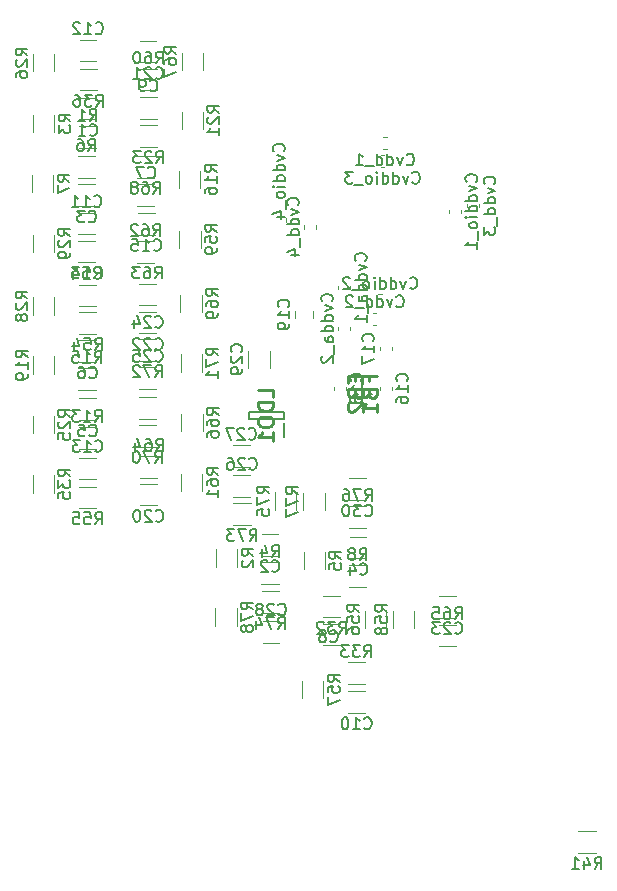
<source format=gbr>
%TF.GenerationSoftware,KiCad,Pcbnew,(6.0.7)*%
%TF.CreationDate,2023-05-12T14:40:03+05:30*%
%TF.ProjectId,DSP_board,4453505f-626f-4617-9264-2e6b69636164,rev?*%
%TF.SameCoordinates,Original*%
%TF.FileFunction,Legend,Bot*%
%TF.FilePolarity,Positive*%
%FSLAX46Y46*%
G04 Gerber Fmt 4.6, Leading zero omitted, Abs format (unit mm)*
G04 Created by KiCad (PCBNEW (6.0.7)) date 2023-05-12 14:40:03*
%MOMM*%
%LPD*%
G01*
G04 APERTURE LIST*
%ADD10C,0.150000*%
%ADD11C,0.254000*%
%ADD12C,0.120000*%
%ADD13C,0.200000*%
G04 APERTURE END LIST*
D10*
%TO.C,C26*%
X121780357Y-109505892D02*
X121827976Y-109553511D01*
X121970833Y-109601130D01*
X122066071Y-109601130D01*
X122208928Y-109553511D01*
X122304166Y-109458273D01*
X122351785Y-109363035D01*
X122399404Y-109172559D01*
X122399404Y-109029702D01*
X122351785Y-108839226D01*
X122304166Y-108743988D01*
X122208928Y-108648750D01*
X122066071Y-108601130D01*
X121970833Y-108601130D01*
X121827976Y-108648750D01*
X121780357Y-108696369D01*
X121399404Y-108696369D02*
X121351785Y-108648750D01*
X121256547Y-108601130D01*
X121018452Y-108601130D01*
X120923214Y-108648750D01*
X120875595Y-108696369D01*
X120827976Y-108791607D01*
X120827976Y-108886845D01*
X120875595Y-109029702D01*
X121447023Y-109601130D01*
X120827976Y-109601130D01*
X119970833Y-108601130D02*
X120161309Y-108601130D01*
X120256547Y-108648750D01*
X120304166Y-108696369D01*
X120399404Y-108839226D01*
X120447023Y-109029702D01*
X120447023Y-109410654D01*
X120399404Y-109505892D01*
X120351785Y-109553511D01*
X120256547Y-109601130D01*
X120066071Y-109601130D01*
X119970833Y-109553511D01*
X119923214Y-109505892D01*
X119875595Y-109410654D01*
X119875595Y-109172559D01*
X119923214Y-109077321D01*
X119970833Y-109029702D01*
X120066071Y-108982083D01*
X120256547Y-108982083D01*
X120351785Y-109029702D01*
X120399404Y-109077321D01*
X120447023Y-109172559D01*
%TO.C,R26*%
X102990380Y-74517142D02*
X102514190Y-74183809D01*
X102990380Y-73945714D02*
X101990380Y-73945714D01*
X101990380Y-74326666D01*
X102038000Y-74421904D01*
X102085619Y-74469523D01*
X102180857Y-74517142D01*
X102323714Y-74517142D01*
X102418952Y-74469523D01*
X102466571Y-74421904D01*
X102514190Y-74326666D01*
X102514190Y-73945714D01*
X102085619Y-74898095D02*
X102038000Y-74945714D01*
X101990380Y-75040952D01*
X101990380Y-75279047D01*
X102038000Y-75374285D01*
X102085619Y-75421904D01*
X102180857Y-75469523D01*
X102276095Y-75469523D01*
X102418952Y-75421904D01*
X102990380Y-74850476D01*
X102990380Y-75469523D01*
X101990380Y-76326666D02*
X101990380Y-76136190D01*
X102038000Y-76040952D01*
X102085619Y-75993333D01*
X102228476Y-75898095D01*
X102418952Y-75850476D01*
X102799904Y-75850476D01*
X102895142Y-75898095D01*
X102942761Y-75945714D01*
X102990380Y-76040952D01*
X102990380Y-76231428D01*
X102942761Y-76326666D01*
X102895142Y-76374285D01*
X102799904Y-76421904D01*
X102561809Y-76421904D01*
X102466571Y-76374285D01*
X102418952Y-76326666D01*
X102371333Y-76231428D01*
X102371333Y-76040952D01*
X102418952Y-75945714D01*
X102466571Y-75898095D01*
X102561809Y-75850476D01*
%TO.C,Cvdda_2*%
X128747142Y-95353785D02*
X128794761Y-95306166D01*
X128842380Y-95163309D01*
X128842380Y-95068071D01*
X128794761Y-94925214D01*
X128699523Y-94829976D01*
X128604285Y-94782357D01*
X128413809Y-94734738D01*
X128270952Y-94734738D01*
X128080476Y-94782357D01*
X127985238Y-94829976D01*
X127890000Y-94925214D01*
X127842380Y-95068071D01*
X127842380Y-95163309D01*
X127890000Y-95306166D01*
X127937619Y-95353785D01*
X128175714Y-95687119D02*
X128842380Y-95925214D01*
X128175714Y-96163309D01*
X128842380Y-96972833D02*
X127842380Y-96972833D01*
X128794761Y-96972833D02*
X128842380Y-96877595D01*
X128842380Y-96687119D01*
X128794761Y-96591880D01*
X128747142Y-96544261D01*
X128651904Y-96496642D01*
X128366190Y-96496642D01*
X128270952Y-96544261D01*
X128223333Y-96591880D01*
X128175714Y-96687119D01*
X128175714Y-96877595D01*
X128223333Y-96972833D01*
X128842380Y-97877595D02*
X127842380Y-97877595D01*
X128794761Y-97877595D02*
X128842380Y-97782357D01*
X128842380Y-97591880D01*
X128794761Y-97496642D01*
X128747142Y-97449023D01*
X128651904Y-97401404D01*
X128366190Y-97401404D01*
X128270952Y-97449023D01*
X128223333Y-97496642D01*
X128175714Y-97591880D01*
X128175714Y-97782357D01*
X128223333Y-97877595D01*
X128842380Y-98782357D02*
X128318571Y-98782357D01*
X128223333Y-98734738D01*
X128175714Y-98639500D01*
X128175714Y-98449023D01*
X128223333Y-98353785D01*
X128794761Y-98782357D02*
X128842380Y-98687119D01*
X128842380Y-98449023D01*
X128794761Y-98353785D01*
X128699523Y-98306166D01*
X128604285Y-98306166D01*
X128509047Y-98353785D01*
X128461428Y-98449023D01*
X128461428Y-98687119D01*
X128413809Y-98782357D01*
X128937619Y-99020452D02*
X128937619Y-99782357D01*
X127937619Y-99972833D02*
X127890000Y-100020452D01*
X127842380Y-100115690D01*
X127842380Y-100353785D01*
X127890000Y-100449023D01*
X127937619Y-100496642D01*
X128032857Y-100544261D01*
X128128095Y-100544261D01*
X128270952Y-100496642D01*
X128842380Y-99925214D01*
X128842380Y-100544261D01*
%TO.C,R78*%
X122082380Y-121437142D02*
X121606190Y-121103809D01*
X122082380Y-120865714D02*
X121082380Y-120865714D01*
X121082380Y-121246666D01*
X121130000Y-121341904D01*
X121177619Y-121389523D01*
X121272857Y-121437142D01*
X121415714Y-121437142D01*
X121510952Y-121389523D01*
X121558571Y-121341904D01*
X121606190Y-121246666D01*
X121606190Y-120865714D01*
X121082380Y-121770476D02*
X121082380Y-122437142D01*
X122082380Y-122008571D01*
X121510952Y-122960952D02*
X121463333Y-122865714D01*
X121415714Y-122818095D01*
X121320476Y-122770476D01*
X121272857Y-122770476D01*
X121177619Y-122818095D01*
X121130000Y-122865714D01*
X121082380Y-122960952D01*
X121082380Y-123151428D01*
X121130000Y-123246666D01*
X121177619Y-123294285D01*
X121272857Y-123341904D01*
X121320476Y-123341904D01*
X121415714Y-123294285D01*
X121463333Y-123246666D01*
X121510952Y-123151428D01*
X121510952Y-122960952D01*
X121558571Y-122865714D01*
X121606190Y-122818095D01*
X121701428Y-122770476D01*
X121891904Y-122770476D01*
X121987142Y-122818095D01*
X122034761Y-122865714D01*
X122082380Y-122960952D01*
X122082380Y-123151428D01*
X122034761Y-123246666D01*
X121987142Y-123294285D01*
X121891904Y-123341904D01*
X121701428Y-123341904D01*
X121606190Y-123294285D01*
X121558571Y-123246666D01*
X121510952Y-123151428D01*
%TO.C,R32*%
X129392857Y-123473630D02*
X129726190Y-122997440D01*
X129964285Y-123473630D02*
X129964285Y-122473630D01*
X129583333Y-122473630D01*
X129488095Y-122521250D01*
X129440476Y-122568869D01*
X129392857Y-122664107D01*
X129392857Y-122806964D01*
X129440476Y-122902202D01*
X129488095Y-122949821D01*
X129583333Y-122997440D01*
X129964285Y-122997440D01*
X129059523Y-122473630D02*
X128440476Y-122473630D01*
X128773809Y-122854583D01*
X128630952Y-122854583D01*
X128535714Y-122902202D01*
X128488095Y-122949821D01*
X128440476Y-123045059D01*
X128440476Y-123283154D01*
X128488095Y-123378392D01*
X128535714Y-123426011D01*
X128630952Y-123473630D01*
X128916666Y-123473630D01*
X129011904Y-123426011D01*
X129059523Y-123378392D01*
X128059523Y-122568869D02*
X128011904Y-122521250D01*
X127916666Y-122473630D01*
X127678571Y-122473630D01*
X127583333Y-122521250D01*
X127535714Y-122568869D01*
X127488095Y-122664107D01*
X127488095Y-122759345D01*
X127535714Y-122902202D01*
X128107142Y-123473630D01*
X127488095Y-123473630D01*
%TO.C,R65*%
X139182857Y-122252380D02*
X139516190Y-121776190D01*
X139754285Y-122252380D02*
X139754285Y-121252380D01*
X139373333Y-121252380D01*
X139278095Y-121300000D01*
X139230476Y-121347619D01*
X139182857Y-121442857D01*
X139182857Y-121585714D01*
X139230476Y-121680952D01*
X139278095Y-121728571D01*
X139373333Y-121776190D01*
X139754285Y-121776190D01*
X138325714Y-121252380D02*
X138516190Y-121252380D01*
X138611428Y-121300000D01*
X138659047Y-121347619D01*
X138754285Y-121490476D01*
X138801904Y-121680952D01*
X138801904Y-122061904D01*
X138754285Y-122157142D01*
X138706666Y-122204761D01*
X138611428Y-122252380D01*
X138420952Y-122252380D01*
X138325714Y-122204761D01*
X138278095Y-122157142D01*
X138230476Y-122061904D01*
X138230476Y-121823809D01*
X138278095Y-121728571D01*
X138325714Y-121680952D01*
X138420952Y-121633333D01*
X138611428Y-121633333D01*
X138706666Y-121680952D01*
X138754285Y-121728571D01*
X138801904Y-121823809D01*
X137325714Y-121252380D02*
X137801904Y-121252380D01*
X137849523Y-121728571D01*
X137801904Y-121680952D01*
X137706666Y-121633333D01*
X137468571Y-121633333D01*
X137373333Y-121680952D01*
X137325714Y-121728571D01*
X137278095Y-121823809D01*
X137278095Y-122061904D01*
X137325714Y-122157142D01*
X137373333Y-122204761D01*
X137468571Y-122252380D01*
X137706666Y-122252380D01*
X137801904Y-122204761D01*
X137849523Y-122157142D01*
%TO.C,Cvdd_4*%
X125877142Y-87206166D02*
X125924761Y-87158547D01*
X125972380Y-87015690D01*
X125972380Y-86920452D01*
X125924761Y-86777595D01*
X125829523Y-86682357D01*
X125734285Y-86634738D01*
X125543809Y-86587119D01*
X125400952Y-86587119D01*
X125210476Y-86634738D01*
X125115238Y-86682357D01*
X125020000Y-86777595D01*
X124972380Y-86920452D01*
X124972380Y-87015690D01*
X125020000Y-87158547D01*
X125067619Y-87206166D01*
X125305714Y-87539500D02*
X125972380Y-87777595D01*
X125305714Y-88015690D01*
X125972380Y-88825214D02*
X124972380Y-88825214D01*
X125924761Y-88825214D02*
X125972380Y-88729976D01*
X125972380Y-88539500D01*
X125924761Y-88444261D01*
X125877142Y-88396642D01*
X125781904Y-88349023D01*
X125496190Y-88349023D01*
X125400952Y-88396642D01*
X125353333Y-88444261D01*
X125305714Y-88539500D01*
X125305714Y-88729976D01*
X125353333Y-88825214D01*
X125972380Y-89729976D02*
X124972380Y-89729976D01*
X125924761Y-89729976D02*
X125972380Y-89634738D01*
X125972380Y-89444261D01*
X125924761Y-89349023D01*
X125877142Y-89301404D01*
X125781904Y-89253785D01*
X125496190Y-89253785D01*
X125400952Y-89301404D01*
X125353333Y-89349023D01*
X125305714Y-89444261D01*
X125305714Y-89634738D01*
X125353333Y-89729976D01*
X126067619Y-89968071D02*
X126067619Y-90729976D01*
X125305714Y-91396642D02*
X125972380Y-91396642D01*
X124924761Y-91158547D02*
X125639047Y-90920452D01*
X125639047Y-91539500D01*
%TO.C,C15*%
X113680857Y-90987142D02*
X113728476Y-91034761D01*
X113871333Y-91082380D01*
X113966571Y-91082380D01*
X114109428Y-91034761D01*
X114204666Y-90939523D01*
X114252285Y-90844285D01*
X114299904Y-90653809D01*
X114299904Y-90510952D01*
X114252285Y-90320476D01*
X114204666Y-90225238D01*
X114109428Y-90130000D01*
X113966571Y-90082380D01*
X113871333Y-90082380D01*
X113728476Y-90130000D01*
X113680857Y-90177619D01*
X112728476Y-91082380D02*
X113299904Y-91082380D01*
X113014190Y-91082380D02*
X113014190Y-90082380D01*
X113109428Y-90225238D01*
X113204666Y-90320476D01*
X113299904Y-90368095D01*
X111823714Y-90082380D02*
X112299904Y-90082380D01*
X112347523Y-90558571D01*
X112299904Y-90510952D01*
X112204666Y-90463333D01*
X111966571Y-90463333D01*
X111871333Y-90510952D01*
X111823714Y-90558571D01*
X111776095Y-90653809D01*
X111776095Y-90891904D01*
X111823714Y-90987142D01*
X111871333Y-91034761D01*
X111966571Y-91082380D01*
X112204666Y-91082380D01*
X112299904Y-91034761D01*
X112347523Y-90987142D01*
%TO.C,C2*%
X123686666Y-118167142D02*
X123734285Y-118214761D01*
X123877142Y-118262380D01*
X123972380Y-118262380D01*
X124115238Y-118214761D01*
X124210476Y-118119523D01*
X124258095Y-118024285D01*
X124305714Y-117833809D01*
X124305714Y-117690952D01*
X124258095Y-117500476D01*
X124210476Y-117405238D01*
X124115238Y-117310000D01*
X123972380Y-117262380D01*
X123877142Y-117262380D01*
X123734285Y-117310000D01*
X123686666Y-117357619D01*
X123305714Y-117357619D02*
X123258095Y-117310000D01*
X123162857Y-117262380D01*
X122924761Y-117262380D01*
X122829523Y-117310000D01*
X122781904Y-117357619D01*
X122734285Y-117452857D01*
X122734285Y-117548095D01*
X122781904Y-117690952D01*
X123353333Y-118262380D01*
X122734285Y-118262380D01*
%TO.C,R67*%
X115582880Y-74374642D02*
X115106690Y-74041309D01*
X115582880Y-73803214D02*
X114582880Y-73803214D01*
X114582880Y-74184166D01*
X114630500Y-74279404D01*
X114678119Y-74327023D01*
X114773357Y-74374642D01*
X114916214Y-74374642D01*
X115011452Y-74327023D01*
X115059071Y-74279404D01*
X115106690Y-74184166D01*
X115106690Y-73803214D01*
X114582880Y-75231785D02*
X114582880Y-75041309D01*
X114630500Y-74946071D01*
X114678119Y-74898452D01*
X114820976Y-74803214D01*
X115011452Y-74755595D01*
X115392404Y-74755595D01*
X115487642Y-74803214D01*
X115535261Y-74850833D01*
X115582880Y-74946071D01*
X115582880Y-75136547D01*
X115535261Y-75231785D01*
X115487642Y-75279404D01*
X115392404Y-75327023D01*
X115154309Y-75327023D01*
X115059071Y-75279404D01*
X115011452Y-75231785D01*
X114963833Y-75136547D01*
X114963833Y-74946071D01*
X115011452Y-74850833D01*
X115059071Y-74803214D01*
X115154309Y-74755595D01*
X114582880Y-75660357D02*
X114582880Y-76327023D01*
X115582880Y-75898452D01*
%TO.C,R55*%
X108715357Y-114218630D02*
X109048690Y-113742440D01*
X109286785Y-114218630D02*
X109286785Y-113218630D01*
X108905833Y-113218630D01*
X108810595Y-113266250D01*
X108762976Y-113313869D01*
X108715357Y-113409107D01*
X108715357Y-113551964D01*
X108762976Y-113647202D01*
X108810595Y-113694821D01*
X108905833Y-113742440D01*
X109286785Y-113742440D01*
X107810595Y-113218630D02*
X108286785Y-113218630D01*
X108334404Y-113694821D01*
X108286785Y-113647202D01*
X108191547Y-113599583D01*
X107953452Y-113599583D01*
X107858214Y-113647202D01*
X107810595Y-113694821D01*
X107762976Y-113790059D01*
X107762976Y-114028154D01*
X107810595Y-114123392D01*
X107858214Y-114171011D01*
X107953452Y-114218630D01*
X108191547Y-114218630D01*
X108286785Y-114171011D01*
X108334404Y-114123392D01*
X106858214Y-113218630D02*
X107334404Y-113218630D01*
X107382023Y-113694821D01*
X107334404Y-113647202D01*
X107239166Y-113599583D01*
X107001071Y-113599583D01*
X106905833Y-113647202D01*
X106858214Y-113694821D01*
X106810595Y-113790059D01*
X106810595Y-114028154D01*
X106858214Y-114123392D01*
X106905833Y-114171011D01*
X107001071Y-114218630D01*
X107239166Y-114218630D01*
X107334404Y-114171011D01*
X107382023Y-114123392D01*
%TO.C,R77*%
X125882380Y-111667142D02*
X125406190Y-111333809D01*
X125882380Y-111095714D02*
X124882380Y-111095714D01*
X124882380Y-111476666D01*
X124930000Y-111571904D01*
X124977619Y-111619523D01*
X125072857Y-111667142D01*
X125215714Y-111667142D01*
X125310952Y-111619523D01*
X125358571Y-111571904D01*
X125406190Y-111476666D01*
X125406190Y-111095714D01*
X124882380Y-112000476D02*
X124882380Y-112667142D01*
X125882380Y-112238571D01*
X124882380Y-112952857D02*
X124882380Y-113619523D01*
X125882380Y-113190952D01*
%TO.C,R75*%
X123449880Y-111608892D02*
X122973690Y-111275559D01*
X123449880Y-111037464D02*
X122449880Y-111037464D01*
X122449880Y-111418416D01*
X122497500Y-111513654D01*
X122545119Y-111561273D01*
X122640357Y-111608892D01*
X122783214Y-111608892D01*
X122878452Y-111561273D01*
X122926071Y-111513654D01*
X122973690Y-111418416D01*
X122973690Y-111037464D01*
X122449880Y-111942226D02*
X122449880Y-112608892D01*
X123449880Y-112180321D01*
X122449880Y-113466035D02*
X122449880Y-112989845D01*
X122926071Y-112942226D01*
X122878452Y-112989845D01*
X122830833Y-113085083D01*
X122830833Y-113323178D01*
X122878452Y-113418416D01*
X122926071Y-113466035D01*
X123021309Y-113513654D01*
X123259404Y-113513654D01*
X123354642Y-113466035D01*
X123402261Y-113418416D01*
X123449880Y-113323178D01*
X123449880Y-113085083D01*
X123402261Y-112989845D01*
X123354642Y-112942226D01*
%TO.C,C11*%
X108630857Y-87277142D02*
X108678476Y-87324761D01*
X108821333Y-87372380D01*
X108916571Y-87372380D01*
X109059428Y-87324761D01*
X109154666Y-87229523D01*
X109202285Y-87134285D01*
X109249904Y-86943809D01*
X109249904Y-86800952D01*
X109202285Y-86610476D01*
X109154666Y-86515238D01*
X109059428Y-86420000D01*
X108916571Y-86372380D01*
X108821333Y-86372380D01*
X108678476Y-86420000D01*
X108630857Y-86467619D01*
X107678476Y-87372380D02*
X108249904Y-87372380D01*
X107964190Y-87372380D02*
X107964190Y-86372380D01*
X108059428Y-86515238D01*
X108154666Y-86610476D01*
X108249904Y-86658095D01*
X106726095Y-87372380D02*
X107297523Y-87372380D01*
X107011809Y-87372380D02*
X107011809Y-86372380D01*
X107107047Y-86515238D01*
X107202285Y-86610476D01*
X107297523Y-86658095D01*
%TO.C,R8*%
X131106666Y-117232380D02*
X131440000Y-116756190D01*
X131678095Y-117232380D02*
X131678095Y-116232380D01*
X131297142Y-116232380D01*
X131201904Y-116280000D01*
X131154285Y-116327619D01*
X131106666Y-116422857D01*
X131106666Y-116565714D01*
X131154285Y-116660952D01*
X131201904Y-116708571D01*
X131297142Y-116756190D01*
X131678095Y-116756190D01*
X130535238Y-116660952D02*
X130630476Y-116613333D01*
X130678095Y-116565714D01*
X130725714Y-116470476D01*
X130725714Y-116422857D01*
X130678095Y-116327619D01*
X130630476Y-116280000D01*
X130535238Y-116232380D01*
X130344761Y-116232380D01*
X130249523Y-116280000D01*
X130201904Y-116327619D01*
X130154285Y-116422857D01*
X130154285Y-116470476D01*
X130201904Y-116565714D01*
X130249523Y-116613333D01*
X130344761Y-116660952D01*
X130535238Y-116660952D01*
X130630476Y-116708571D01*
X130678095Y-116756190D01*
X130725714Y-116851428D01*
X130725714Y-117041904D01*
X130678095Y-117137142D01*
X130630476Y-117184761D01*
X130535238Y-117232380D01*
X130344761Y-117232380D01*
X130249523Y-117184761D01*
X130201904Y-117137142D01*
X130154285Y-117041904D01*
X130154285Y-116851428D01*
X130201904Y-116756190D01*
X130249523Y-116708571D01*
X130344761Y-116660952D01*
%TO.C,Cvdd_1*%
X135083333Y-83737142D02*
X135130952Y-83784761D01*
X135273809Y-83832380D01*
X135369047Y-83832380D01*
X135511904Y-83784761D01*
X135607142Y-83689523D01*
X135654761Y-83594285D01*
X135702380Y-83403809D01*
X135702380Y-83260952D01*
X135654761Y-83070476D01*
X135607142Y-82975238D01*
X135511904Y-82880000D01*
X135369047Y-82832380D01*
X135273809Y-82832380D01*
X135130952Y-82880000D01*
X135083333Y-82927619D01*
X134750000Y-83165714D02*
X134511904Y-83832380D01*
X134273809Y-83165714D01*
X133464285Y-83832380D02*
X133464285Y-82832380D01*
X133464285Y-83784761D02*
X133559523Y-83832380D01*
X133750000Y-83832380D01*
X133845238Y-83784761D01*
X133892857Y-83737142D01*
X133940476Y-83641904D01*
X133940476Y-83356190D01*
X133892857Y-83260952D01*
X133845238Y-83213333D01*
X133750000Y-83165714D01*
X133559523Y-83165714D01*
X133464285Y-83213333D01*
X132559523Y-83832380D02*
X132559523Y-82832380D01*
X132559523Y-83784761D02*
X132654761Y-83832380D01*
X132845238Y-83832380D01*
X132940476Y-83784761D01*
X132988095Y-83737142D01*
X133035714Y-83641904D01*
X133035714Y-83356190D01*
X132988095Y-83260952D01*
X132940476Y-83213333D01*
X132845238Y-83165714D01*
X132654761Y-83165714D01*
X132559523Y-83213333D01*
X132321428Y-83927619D02*
X131559523Y-83927619D01*
X130797619Y-83832380D02*
X131369047Y-83832380D01*
X131083333Y-83832380D02*
X131083333Y-82832380D01*
X131178571Y-82975238D01*
X131273809Y-83070476D01*
X131369047Y-83118095D01*
%TO.C,R72*%
X113807857Y-101761130D02*
X114141190Y-101284940D01*
X114379285Y-101761130D02*
X114379285Y-100761130D01*
X113998333Y-100761130D01*
X113903095Y-100808750D01*
X113855476Y-100856369D01*
X113807857Y-100951607D01*
X113807857Y-101094464D01*
X113855476Y-101189702D01*
X113903095Y-101237321D01*
X113998333Y-101284940D01*
X114379285Y-101284940D01*
X113474523Y-100761130D02*
X112807857Y-100761130D01*
X113236428Y-101761130D01*
X112474523Y-100856369D02*
X112426904Y-100808750D01*
X112331666Y-100761130D01*
X112093571Y-100761130D01*
X111998333Y-100808750D01*
X111950714Y-100856369D01*
X111903095Y-100951607D01*
X111903095Y-101046845D01*
X111950714Y-101189702D01*
X112522142Y-101761130D01*
X111903095Y-101761130D01*
%TO.C,R15*%
X108672857Y-100552380D02*
X109006190Y-100076190D01*
X109244285Y-100552380D02*
X109244285Y-99552380D01*
X108863333Y-99552380D01*
X108768095Y-99600000D01*
X108720476Y-99647619D01*
X108672857Y-99742857D01*
X108672857Y-99885714D01*
X108720476Y-99980952D01*
X108768095Y-100028571D01*
X108863333Y-100076190D01*
X109244285Y-100076190D01*
X107720476Y-100552380D02*
X108291904Y-100552380D01*
X108006190Y-100552380D02*
X108006190Y-99552380D01*
X108101428Y-99695238D01*
X108196666Y-99790476D01*
X108291904Y-99838095D01*
X106815714Y-99552380D02*
X107291904Y-99552380D01*
X107339523Y-100028571D01*
X107291904Y-99980952D01*
X107196666Y-99933333D01*
X106958571Y-99933333D01*
X106863333Y-99980952D01*
X106815714Y-100028571D01*
X106768095Y-100123809D01*
X106768095Y-100361904D01*
X106815714Y-100457142D01*
X106863333Y-100504761D01*
X106958571Y-100552380D01*
X107196666Y-100552380D01*
X107291904Y-100504761D01*
X107339523Y-100457142D01*
%TO.C,C4*%
X131146666Y-118417142D02*
X131194285Y-118464761D01*
X131337142Y-118512380D01*
X131432380Y-118512380D01*
X131575238Y-118464761D01*
X131670476Y-118369523D01*
X131718095Y-118274285D01*
X131765714Y-118083809D01*
X131765714Y-117940952D01*
X131718095Y-117750476D01*
X131670476Y-117655238D01*
X131575238Y-117560000D01*
X131432380Y-117512380D01*
X131337142Y-117512380D01*
X131194285Y-117560000D01*
X131146666Y-117607619D01*
X130289523Y-117845714D02*
X130289523Y-118512380D01*
X130527619Y-117464761D02*
X130765714Y-118179047D01*
X130146666Y-118179047D01*
D11*
%TO.C,FB2*%
X130709285Y-102101666D02*
X130709285Y-101678333D01*
X131374523Y-101678333D02*
X130104523Y-101678333D01*
X130104523Y-102283095D01*
X130709285Y-103190238D02*
X130769761Y-103371666D01*
X130830238Y-103432142D01*
X130951190Y-103492619D01*
X131132619Y-103492619D01*
X131253571Y-103432142D01*
X131314047Y-103371666D01*
X131374523Y-103250714D01*
X131374523Y-102766904D01*
X130104523Y-102766904D01*
X130104523Y-103190238D01*
X130165000Y-103311190D01*
X130225476Y-103371666D01*
X130346428Y-103432142D01*
X130467380Y-103432142D01*
X130588333Y-103371666D01*
X130648809Y-103311190D01*
X130709285Y-103190238D01*
X130709285Y-102766904D01*
X130225476Y-103976428D02*
X130165000Y-104036904D01*
X130104523Y-104157857D01*
X130104523Y-104460238D01*
X130165000Y-104581190D01*
X130225476Y-104641666D01*
X130346428Y-104702142D01*
X130467380Y-104702142D01*
X130648809Y-104641666D01*
X131374523Y-103915952D01*
X131374523Y-104702142D01*
D10*
%TO.C,Cvdd_3*%
X142517142Y-85406166D02*
X142564761Y-85358547D01*
X142612380Y-85215690D01*
X142612380Y-85120452D01*
X142564761Y-84977595D01*
X142469523Y-84882357D01*
X142374285Y-84834738D01*
X142183809Y-84787119D01*
X142040952Y-84787119D01*
X141850476Y-84834738D01*
X141755238Y-84882357D01*
X141660000Y-84977595D01*
X141612380Y-85120452D01*
X141612380Y-85215690D01*
X141660000Y-85358547D01*
X141707619Y-85406166D01*
X141945714Y-85739500D02*
X142612380Y-85977595D01*
X141945714Y-86215690D01*
X142612380Y-87025214D02*
X141612380Y-87025214D01*
X142564761Y-87025214D02*
X142612380Y-86929976D01*
X142612380Y-86739500D01*
X142564761Y-86644261D01*
X142517142Y-86596642D01*
X142421904Y-86549023D01*
X142136190Y-86549023D01*
X142040952Y-86596642D01*
X141993333Y-86644261D01*
X141945714Y-86739500D01*
X141945714Y-86929976D01*
X141993333Y-87025214D01*
X142612380Y-87929976D02*
X141612380Y-87929976D01*
X142564761Y-87929976D02*
X142612380Y-87834738D01*
X142612380Y-87644261D01*
X142564761Y-87549023D01*
X142517142Y-87501404D01*
X142421904Y-87453785D01*
X142136190Y-87453785D01*
X142040952Y-87501404D01*
X141993333Y-87549023D01*
X141945714Y-87644261D01*
X141945714Y-87834738D01*
X141993333Y-87929976D01*
X142707619Y-88168071D02*
X142707619Y-88929976D01*
X141612380Y-89072833D02*
X141612380Y-89691880D01*
X141993333Y-89358547D01*
X141993333Y-89501404D01*
X142040952Y-89596642D01*
X142088571Y-89644261D01*
X142183809Y-89691880D01*
X142421904Y-89691880D01*
X142517142Y-89644261D01*
X142564761Y-89596642D01*
X142612380Y-89501404D01*
X142612380Y-89215690D01*
X142564761Y-89120452D01*
X142517142Y-89072833D01*
%TO.C,R13*%
X108692857Y-105542380D02*
X109026190Y-105066190D01*
X109264285Y-105542380D02*
X109264285Y-104542380D01*
X108883333Y-104542380D01*
X108788095Y-104590000D01*
X108740476Y-104637619D01*
X108692857Y-104732857D01*
X108692857Y-104875714D01*
X108740476Y-104970952D01*
X108788095Y-105018571D01*
X108883333Y-105066190D01*
X109264285Y-105066190D01*
X107740476Y-105542380D02*
X108311904Y-105542380D01*
X108026190Y-105542380D02*
X108026190Y-104542380D01*
X108121428Y-104685238D01*
X108216666Y-104780476D01*
X108311904Y-104828095D01*
X107407142Y-104542380D02*
X106788095Y-104542380D01*
X107121428Y-104923333D01*
X106978571Y-104923333D01*
X106883333Y-104970952D01*
X106835714Y-105018571D01*
X106788095Y-105113809D01*
X106788095Y-105351904D01*
X106835714Y-105447142D01*
X106883333Y-105494761D01*
X106978571Y-105542380D01*
X107264285Y-105542380D01*
X107359523Y-105494761D01*
X107407142Y-105447142D01*
%TO.C,C8*%
X128636666Y-124108392D02*
X128684285Y-124156011D01*
X128827142Y-124203630D01*
X128922380Y-124203630D01*
X129065238Y-124156011D01*
X129160476Y-124060773D01*
X129208095Y-123965535D01*
X129255714Y-123775059D01*
X129255714Y-123632202D01*
X129208095Y-123441726D01*
X129160476Y-123346488D01*
X129065238Y-123251250D01*
X128922380Y-123203630D01*
X128827142Y-123203630D01*
X128684285Y-123251250D01*
X128636666Y-123298869D01*
X128065238Y-123632202D02*
X128160476Y-123584583D01*
X128208095Y-123536964D01*
X128255714Y-123441726D01*
X128255714Y-123394107D01*
X128208095Y-123298869D01*
X128160476Y-123251250D01*
X128065238Y-123203630D01*
X127874761Y-123203630D01*
X127779523Y-123251250D01*
X127731904Y-123298869D01*
X127684285Y-123394107D01*
X127684285Y-123441726D01*
X127731904Y-123536964D01*
X127779523Y-123584583D01*
X127874761Y-123632202D01*
X128065238Y-123632202D01*
X128160476Y-123679821D01*
X128208095Y-123727440D01*
X128255714Y-123822678D01*
X128255714Y-124013154D01*
X128208095Y-124108392D01*
X128160476Y-124156011D01*
X128065238Y-124203630D01*
X127874761Y-124203630D01*
X127779523Y-124156011D01*
X127731904Y-124108392D01*
X127684285Y-124013154D01*
X127684285Y-123822678D01*
X127731904Y-123727440D01*
X127779523Y-123679821D01*
X127874761Y-123632202D01*
%TO.C,R66*%
X119172380Y-104987142D02*
X118696190Y-104653809D01*
X119172380Y-104415714D02*
X118172380Y-104415714D01*
X118172380Y-104796666D01*
X118220000Y-104891904D01*
X118267619Y-104939523D01*
X118362857Y-104987142D01*
X118505714Y-104987142D01*
X118600952Y-104939523D01*
X118648571Y-104891904D01*
X118696190Y-104796666D01*
X118696190Y-104415714D01*
X118172380Y-105844285D02*
X118172380Y-105653809D01*
X118220000Y-105558571D01*
X118267619Y-105510952D01*
X118410476Y-105415714D01*
X118600952Y-105368095D01*
X118981904Y-105368095D01*
X119077142Y-105415714D01*
X119124761Y-105463333D01*
X119172380Y-105558571D01*
X119172380Y-105749047D01*
X119124761Y-105844285D01*
X119077142Y-105891904D01*
X118981904Y-105939523D01*
X118743809Y-105939523D01*
X118648571Y-105891904D01*
X118600952Y-105844285D01*
X118553333Y-105749047D01*
X118553333Y-105558571D01*
X118600952Y-105463333D01*
X118648571Y-105415714D01*
X118743809Y-105368095D01*
X118172380Y-106796666D02*
X118172380Y-106606190D01*
X118220000Y-106510952D01*
X118267619Y-106463333D01*
X118410476Y-106368095D01*
X118600952Y-106320476D01*
X118981904Y-106320476D01*
X119077142Y-106368095D01*
X119124761Y-106415714D01*
X119172380Y-106510952D01*
X119172380Y-106701428D01*
X119124761Y-106796666D01*
X119077142Y-106844285D01*
X118981904Y-106891904D01*
X118743809Y-106891904D01*
X118648571Y-106844285D01*
X118600952Y-106796666D01*
X118553333Y-106701428D01*
X118553333Y-106510952D01*
X118600952Y-106415714D01*
X118648571Y-106368095D01*
X118743809Y-106320476D01*
%TO.C,R1*%
X108254666Y-80052380D02*
X108588000Y-79576190D01*
X108826095Y-80052380D02*
X108826095Y-79052380D01*
X108445142Y-79052380D01*
X108349904Y-79100000D01*
X108302285Y-79147619D01*
X108254666Y-79242857D01*
X108254666Y-79385714D01*
X108302285Y-79480952D01*
X108349904Y-79528571D01*
X108445142Y-79576190D01*
X108826095Y-79576190D01*
X107302285Y-80052380D02*
X107873714Y-80052380D01*
X107588000Y-80052380D02*
X107588000Y-79052380D01*
X107683238Y-79195238D01*
X107778476Y-79290476D01*
X107873714Y-79338095D01*
%TO.C,C6*%
X108226666Y-101777142D02*
X108274285Y-101824761D01*
X108417142Y-101872380D01*
X108512380Y-101872380D01*
X108655238Y-101824761D01*
X108750476Y-101729523D01*
X108798095Y-101634285D01*
X108845714Y-101443809D01*
X108845714Y-101300952D01*
X108798095Y-101110476D01*
X108750476Y-101015238D01*
X108655238Y-100920000D01*
X108512380Y-100872380D01*
X108417142Y-100872380D01*
X108274285Y-100920000D01*
X108226666Y-100967619D01*
X107369523Y-100872380D02*
X107560000Y-100872380D01*
X107655238Y-100920000D01*
X107702857Y-100967619D01*
X107798095Y-101110476D01*
X107845714Y-101300952D01*
X107845714Y-101681904D01*
X107798095Y-101777142D01*
X107750476Y-101824761D01*
X107655238Y-101872380D01*
X107464761Y-101872380D01*
X107369523Y-101824761D01*
X107321904Y-101777142D01*
X107274285Y-101681904D01*
X107274285Y-101443809D01*
X107321904Y-101348571D01*
X107369523Y-101300952D01*
X107464761Y-101253333D01*
X107655238Y-101253333D01*
X107750476Y-101300952D01*
X107798095Y-101348571D01*
X107845714Y-101443809D01*
%TO.C,Cvdd_2*%
X134223333Y-95756642D02*
X134270952Y-95804261D01*
X134413809Y-95851880D01*
X134509047Y-95851880D01*
X134651904Y-95804261D01*
X134747142Y-95709023D01*
X134794761Y-95613785D01*
X134842380Y-95423309D01*
X134842380Y-95280452D01*
X134794761Y-95089976D01*
X134747142Y-94994738D01*
X134651904Y-94899500D01*
X134509047Y-94851880D01*
X134413809Y-94851880D01*
X134270952Y-94899500D01*
X134223333Y-94947119D01*
X133890000Y-95185214D02*
X133651904Y-95851880D01*
X133413809Y-95185214D01*
X132604285Y-95851880D02*
X132604285Y-94851880D01*
X132604285Y-95804261D02*
X132699523Y-95851880D01*
X132890000Y-95851880D01*
X132985238Y-95804261D01*
X133032857Y-95756642D01*
X133080476Y-95661404D01*
X133080476Y-95375690D01*
X133032857Y-95280452D01*
X132985238Y-95232833D01*
X132890000Y-95185214D01*
X132699523Y-95185214D01*
X132604285Y-95232833D01*
X131699523Y-95851880D02*
X131699523Y-94851880D01*
X131699523Y-95804261D02*
X131794761Y-95851880D01*
X131985238Y-95851880D01*
X132080476Y-95804261D01*
X132128095Y-95756642D01*
X132175714Y-95661404D01*
X132175714Y-95375690D01*
X132128095Y-95280452D01*
X132080476Y-95232833D01*
X131985238Y-95185214D01*
X131794761Y-95185214D01*
X131699523Y-95232833D01*
X131461428Y-95947119D02*
X130699523Y-95947119D01*
X130509047Y-94947119D02*
X130461428Y-94899500D01*
X130366190Y-94851880D01*
X130128095Y-94851880D01*
X130032857Y-94899500D01*
X129985238Y-94947119D01*
X129937619Y-95042357D01*
X129937619Y-95137595D01*
X129985238Y-95280452D01*
X130556666Y-95851880D01*
X129937619Y-95851880D01*
%TO.C,C12*%
X108763357Y-72633392D02*
X108810976Y-72681011D01*
X108953833Y-72728630D01*
X109049071Y-72728630D01*
X109191928Y-72681011D01*
X109287166Y-72585773D01*
X109334785Y-72490535D01*
X109382404Y-72300059D01*
X109382404Y-72157202D01*
X109334785Y-71966726D01*
X109287166Y-71871488D01*
X109191928Y-71776250D01*
X109049071Y-71728630D01*
X108953833Y-71728630D01*
X108810976Y-71776250D01*
X108763357Y-71823869D01*
X107810976Y-72728630D02*
X108382404Y-72728630D01*
X108096690Y-72728630D02*
X108096690Y-71728630D01*
X108191928Y-71871488D01*
X108287166Y-71966726D01*
X108382404Y-72014345D01*
X107430023Y-71823869D02*
X107382404Y-71776250D01*
X107287166Y-71728630D01*
X107049071Y-71728630D01*
X106953833Y-71776250D01*
X106906214Y-71823869D01*
X106858595Y-71919107D01*
X106858595Y-72014345D01*
X106906214Y-72157202D01*
X107477642Y-72728630D01*
X106858595Y-72728630D01*
%TO.C,C18*%
X131217142Y-102087142D02*
X131264761Y-102039523D01*
X131312380Y-101896666D01*
X131312380Y-101801428D01*
X131264761Y-101658571D01*
X131169523Y-101563333D01*
X131074285Y-101515714D01*
X130883809Y-101468095D01*
X130740952Y-101468095D01*
X130550476Y-101515714D01*
X130455238Y-101563333D01*
X130360000Y-101658571D01*
X130312380Y-101801428D01*
X130312380Y-101896666D01*
X130360000Y-102039523D01*
X130407619Y-102087142D01*
X131312380Y-103039523D02*
X131312380Y-102468095D01*
X131312380Y-102753809D02*
X130312380Y-102753809D01*
X130455238Y-102658571D01*
X130550476Y-102563333D01*
X130598095Y-102468095D01*
X130740952Y-103610952D02*
X130693333Y-103515714D01*
X130645714Y-103468095D01*
X130550476Y-103420476D01*
X130502857Y-103420476D01*
X130407619Y-103468095D01*
X130360000Y-103515714D01*
X130312380Y-103610952D01*
X130312380Y-103801428D01*
X130360000Y-103896666D01*
X130407619Y-103944285D01*
X130502857Y-103991904D01*
X130550476Y-103991904D01*
X130645714Y-103944285D01*
X130693333Y-103896666D01*
X130740952Y-103801428D01*
X130740952Y-103610952D01*
X130788571Y-103515714D01*
X130836190Y-103468095D01*
X130931428Y-103420476D01*
X131121904Y-103420476D01*
X131217142Y-103468095D01*
X131264761Y-103515714D01*
X131312380Y-103610952D01*
X131312380Y-103801428D01*
X131264761Y-103896666D01*
X131217142Y-103944285D01*
X131121904Y-103991904D01*
X130931428Y-103991904D01*
X130836190Y-103944285D01*
X130788571Y-103896666D01*
X130740952Y-103801428D01*
%TO.C,R21*%
X119220380Y-79360892D02*
X118744190Y-79027559D01*
X119220380Y-78789464D02*
X118220380Y-78789464D01*
X118220380Y-79170416D01*
X118268000Y-79265654D01*
X118315619Y-79313273D01*
X118410857Y-79360892D01*
X118553714Y-79360892D01*
X118648952Y-79313273D01*
X118696571Y-79265654D01*
X118744190Y-79170416D01*
X118744190Y-78789464D01*
X118315619Y-79741845D02*
X118268000Y-79789464D01*
X118220380Y-79884702D01*
X118220380Y-80122797D01*
X118268000Y-80218035D01*
X118315619Y-80265654D01*
X118410857Y-80313273D01*
X118506095Y-80313273D01*
X118648952Y-80265654D01*
X119220380Y-79694226D01*
X119220380Y-80313273D01*
X119220380Y-81265654D02*
X119220380Y-80694226D01*
X119220380Y-80979940D02*
X118220380Y-80979940D01*
X118363238Y-80884702D01*
X118458476Y-80789464D01*
X118506095Y-80694226D01*
%TO.C,C5*%
X108236666Y-106687142D02*
X108284285Y-106734761D01*
X108427142Y-106782380D01*
X108522380Y-106782380D01*
X108665238Y-106734761D01*
X108760476Y-106639523D01*
X108808095Y-106544285D01*
X108855714Y-106353809D01*
X108855714Y-106210952D01*
X108808095Y-106020476D01*
X108760476Y-105925238D01*
X108665238Y-105830000D01*
X108522380Y-105782380D01*
X108427142Y-105782380D01*
X108284285Y-105830000D01*
X108236666Y-105877619D01*
X107331904Y-105782380D02*
X107808095Y-105782380D01*
X107855714Y-106258571D01*
X107808095Y-106210952D01*
X107712857Y-106163333D01*
X107474761Y-106163333D01*
X107379523Y-106210952D01*
X107331904Y-106258571D01*
X107284285Y-106353809D01*
X107284285Y-106591904D01*
X107331904Y-106687142D01*
X107379523Y-106734761D01*
X107474761Y-106782380D01*
X107712857Y-106782380D01*
X107808095Y-106734761D01*
X107855714Y-106687142D01*
%TO.C,Cvddio_3*%
X135573809Y-85286642D02*
X135621428Y-85334261D01*
X135764285Y-85381880D01*
X135859523Y-85381880D01*
X136002380Y-85334261D01*
X136097619Y-85239023D01*
X136145238Y-85143785D01*
X136192857Y-84953309D01*
X136192857Y-84810452D01*
X136145238Y-84619976D01*
X136097619Y-84524738D01*
X136002380Y-84429500D01*
X135859523Y-84381880D01*
X135764285Y-84381880D01*
X135621428Y-84429500D01*
X135573809Y-84477119D01*
X135240476Y-84715214D02*
X135002380Y-85381880D01*
X134764285Y-84715214D01*
X133954761Y-85381880D02*
X133954761Y-84381880D01*
X133954761Y-85334261D02*
X134050000Y-85381880D01*
X134240476Y-85381880D01*
X134335714Y-85334261D01*
X134383333Y-85286642D01*
X134430952Y-85191404D01*
X134430952Y-84905690D01*
X134383333Y-84810452D01*
X134335714Y-84762833D01*
X134240476Y-84715214D01*
X134050000Y-84715214D01*
X133954761Y-84762833D01*
X133050000Y-85381880D02*
X133050000Y-84381880D01*
X133050000Y-85334261D02*
X133145238Y-85381880D01*
X133335714Y-85381880D01*
X133430952Y-85334261D01*
X133478571Y-85286642D01*
X133526190Y-85191404D01*
X133526190Y-84905690D01*
X133478571Y-84810452D01*
X133430952Y-84762833D01*
X133335714Y-84715214D01*
X133145238Y-84715214D01*
X133050000Y-84762833D01*
X132573809Y-85381880D02*
X132573809Y-84715214D01*
X132573809Y-84381880D02*
X132621428Y-84429500D01*
X132573809Y-84477119D01*
X132526190Y-84429500D01*
X132573809Y-84381880D01*
X132573809Y-84477119D01*
X131954761Y-85381880D02*
X132050000Y-85334261D01*
X132097619Y-85286642D01*
X132145238Y-85191404D01*
X132145238Y-84905690D01*
X132097619Y-84810452D01*
X132050000Y-84762833D01*
X131954761Y-84715214D01*
X131811904Y-84715214D01*
X131716666Y-84762833D01*
X131669047Y-84810452D01*
X131621428Y-84905690D01*
X131621428Y-85191404D01*
X131669047Y-85286642D01*
X131716666Y-85334261D01*
X131811904Y-85381880D01*
X131954761Y-85381880D01*
X131430952Y-85477119D02*
X130669047Y-85477119D01*
X130526190Y-84381880D02*
X129907142Y-84381880D01*
X130240476Y-84762833D01*
X130097619Y-84762833D01*
X130002380Y-84810452D01*
X129954761Y-84858071D01*
X129907142Y-84953309D01*
X129907142Y-85191404D01*
X129954761Y-85286642D01*
X130002380Y-85334261D01*
X130097619Y-85381880D01*
X130383333Y-85381880D01*
X130478571Y-85334261D01*
X130526190Y-85286642D01*
%TO.C,C14*%
X108695357Y-93357142D02*
X108742976Y-93404761D01*
X108885833Y-93452380D01*
X108981071Y-93452380D01*
X109123928Y-93404761D01*
X109219166Y-93309523D01*
X109266785Y-93214285D01*
X109314404Y-93023809D01*
X109314404Y-92880952D01*
X109266785Y-92690476D01*
X109219166Y-92595238D01*
X109123928Y-92500000D01*
X108981071Y-92452380D01*
X108885833Y-92452380D01*
X108742976Y-92500000D01*
X108695357Y-92547619D01*
X107742976Y-93452380D02*
X108314404Y-93452380D01*
X108028690Y-93452380D02*
X108028690Y-92452380D01*
X108123928Y-92595238D01*
X108219166Y-92690476D01*
X108314404Y-92738095D01*
X106885833Y-92785714D02*
X106885833Y-93452380D01*
X107123928Y-92404761D02*
X107362023Y-93119047D01*
X106742976Y-93119047D01*
%TO.C,R3*%
X106620380Y-80113333D02*
X106144190Y-79780000D01*
X106620380Y-79541904D02*
X105620380Y-79541904D01*
X105620380Y-79922857D01*
X105668000Y-80018095D01*
X105715619Y-80065714D01*
X105810857Y-80113333D01*
X105953714Y-80113333D01*
X106048952Y-80065714D01*
X106096571Y-80018095D01*
X106144190Y-79922857D01*
X106144190Y-79541904D01*
X105620380Y-80446666D02*
X105620380Y-81065714D01*
X106001333Y-80732380D01*
X106001333Y-80875238D01*
X106048952Y-80970476D01*
X106096571Y-81018095D01*
X106191809Y-81065714D01*
X106429904Y-81065714D01*
X106525142Y-81018095D01*
X106572761Y-80970476D01*
X106620380Y-80875238D01*
X106620380Y-80589523D01*
X106572761Y-80494285D01*
X106525142Y-80446666D01*
%TO.C,R73*%
X121800357Y-115641130D02*
X122133690Y-115164940D01*
X122371785Y-115641130D02*
X122371785Y-114641130D01*
X121990833Y-114641130D01*
X121895595Y-114688750D01*
X121847976Y-114736369D01*
X121800357Y-114831607D01*
X121800357Y-114974464D01*
X121847976Y-115069702D01*
X121895595Y-115117321D01*
X121990833Y-115164940D01*
X122371785Y-115164940D01*
X121467023Y-114641130D02*
X120800357Y-114641130D01*
X121228928Y-115641130D01*
X120514642Y-114641130D02*
X119895595Y-114641130D01*
X120228928Y-115022083D01*
X120086071Y-115022083D01*
X119990833Y-115069702D01*
X119943214Y-115117321D01*
X119895595Y-115212559D01*
X119895595Y-115450654D01*
X119943214Y-115545892D01*
X119990833Y-115593511D01*
X120086071Y-115641130D01*
X120371785Y-115641130D01*
X120467023Y-115593511D01*
X120514642Y-115545892D01*
%TO.C,R76*%
X131572857Y-112242380D02*
X131906190Y-111766190D01*
X132144285Y-112242380D02*
X132144285Y-111242380D01*
X131763333Y-111242380D01*
X131668095Y-111290000D01*
X131620476Y-111337619D01*
X131572857Y-111432857D01*
X131572857Y-111575714D01*
X131620476Y-111670952D01*
X131668095Y-111718571D01*
X131763333Y-111766190D01*
X132144285Y-111766190D01*
X131239523Y-111242380D02*
X130572857Y-111242380D01*
X131001428Y-112242380D01*
X129763333Y-111242380D02*
X129953809Y-111242380D01*
X130049047Y-111290000D01*
X130096666Y-111337619D01*
X130191904Y-111480476D01*
X130239523Y-111670952D01*
X130239523Y-112051904D01*
X130191904Y-112147142D01*
X130144285Y-112194761D01*
X130049047Y-112242380D01*
X129858571Y-112242380D01*
X129763333Y-112194761D01*
X129715714Y-112147142D01*
X129668095Y-112051904D01*
X129668095Y-111813809D01*
X129715714Y-111718571D01*
X129763333Y-111670952D01*
X129858571Y-111623333D01*
X130049047Y-111623333D01*
X130144285Y-111670952D01*
X130191904Y-111718571D01*
X130239523Y-111813809D01*
%TO.C,C22*%
X113820357Y-99357142D02*
X113867976Y-99404761D01*
X114010833Y-99452380D01*
X114106071Y-99452380D01*
X114248928Y-99404761D01*
X114344166Y-99309523D01*
X114391785Y-99214285D01*
X114439404Y-99023809D01*
X114439404Y-98880952D01*
X114391785Y-98690476D01*
X114344166Y-98595238D01*
X114248928Y-98500000D01*
X114106071Y-98452380D01*
X114010833Y-98452380D01*
X113867976Y-98500000D01*
X113820357Y-98547619D01*
X113439404Y-98547619D02*
X113391785Y-98500000D01*
X113296547Y-98452380D01*
X113058452Y-98452380D01*
X112963214Y-98500000D01*
X112915595Y-98547619D01*
X112867976Y-98642857D01*
X112867976Y-98738095D01*
X112915595Y-98880952D01*
X113487023Y-99452380D01*
X112867976Y-99452380D01*
X112487023Y-98547619D02*
X112439404Y-98500000D01*
X112344166Y-98452380D01*
X112106071Y-98452380D01*
X112010833Y-98500000D01*
X111963214Y-98547619D01*
X111915595Y-98642857D01*
X111915595Y-98738095D01*
X111963214Y-98880952D01*
X112534642Y-99452380D01*
X111915595Y-99452380D01*
%TO.C,C27*%
X121722857Y-106967142D02*
X121770476Y-107014761D01*
X121913333Y-107062380D01*
X122008571Y-107062380D01*
X122151428Y-107014761D01*
X122246666Y-106919523D01*
X122294285Y-106824285D01*
X122341904Y-106633809D01*
X122341904Y-106490952D01*
X122294285Y-106300476D01*
X122246666Y-106205238D01*
X122151428Y-106110000D01*
X122008571Y-106062380D01*
X121913333Y-106062380D01*
X121770476Y-106110000D01*
X121722857Y-106157619D01*
X121341904Y-106157619D02*
X121294285Y-106110000D01*
X121199047Y-106062380D01*
X120960952Y-106062380D01*
X120865714Y-106110000D01*
X120818095Y-106157619D01*
X120770476Y-106252857D01*
X120770476Y-106348095D01*
X120818095Y-106490952D01*
X121389523Y-107062380D01*
X120770476Y-107062380D01*
X120437142Y-106062380D02*
X119770476Y-106062380D01*
X120199047Y-107062380D01*
%TO.C,R57*%
X129412380Y-127557142D02*
X128936190Y-127223809D01*
X129412380Y-126985714D02*
X128412380Y-126985714D01*
X128412380Y-127366666D01*
X128460000Y-127461904D01*
X128507619Y-127509523D01*
X128602857Y-127557142D01*
X128745714Y-127557142D01*
X128840952Y-127509523D01*
X128888571Y-127461904D01*
X128936190Y-127366666D01*
X128936190Y-126985714D01*
X128412380Y-128461904D02*
X128412380Y-127985714D01*
X128888571Y-127938095D01*
X128840952Y-127985714D01*
X128793333Y-128080952D01*
X128793333Y-128319047D01*
X128840952Y-128414285D01*
X128888571Y-128461904D01*
X128983809Y-128509523D01*
X129221904Y-128509523D01*
X129317142Y-128461904D01*
X129364761Y-128414285D01*
X129412380Y-128319047D01*
X129412380Y-128080952D01*
X129364761Y-127985714D01*
X129317142Y-127938095D01*
X128412380Y-128842857D02*
X128412380Y-129509523D01*
X129412380Y-129080952D01*
%TO.C,C23*%
X139182857Y-123417142D02*
X139230476Y-123464761D01*
X139373333Y-123512380D01*
X139468571Y-123512380D01*
X139611428Y-123464761D01*
X139706666Y-123369523D01*
X139754285Y-123274285D01*
X139801904Y-123083809D01*
X139801904Y-122940952D01*
X139754285Y-122750476D01*
X139706666Y-122655238D01*
X139611428Y-122560000D01*
X139468571Y-122512380D01*
X139373333Y-122512380D01*
X139230476Y-122560000D01*
X139182857Y-122607619D01*
X138801904Y-122607619D02*
X138754285Y-122560000D01*
X138659047Y-122512380D01*
X138420952Y-122512380D01*
X138325714Y-122560000D01*
X138278095Y-122607619D01*
X138230476Y-122702857D01*
X138230476Y-122798095D01*
X138278095Y-122940952D01*
X138849523Y-123512380D01*
X138230476Y-123512380D01*
X137897142Y-122512380D02*
X137278095Y-122512380D01*
X137611428Y-122893333D01*
X137468571Y-122893333D01*
X137373333Y-122940952D01*
X137325714Y-122988571D01*
X137278095Y-123083809D01*
X137278095Y-123321904D01*
X137325714Y-123417142D01*
X137373333Y-123464761D01*
X137468571Y-123512380D01*
X137754285Y-123512380D01*
X137849523Y-123464761D01*
X137897142Y-123417142D01*
%TO.C,R2*%
X122112380Y-116913333D02*
X121636190Y-116580000D01*
X122112380Y-116341904D02*
X121112380Y-116341904D01*
X121112380Y-116722857D01*
X121160000Y-116818095D01*
X121207619Y-116865714D01*
X121302857Y-116913333D01*
X121445714Y-116913333D01*
X121540952Y-116865714D01*
X121588571Y-116818095D01*
X121636190Y-116722857D01*
X121636190Y-116341904D01*
X121207619Y-117294285D02*
X121160000Y-117341904D01*
X121112380Y-117437142D01*
X121112380Y-117675238D01*
X121160000Y-117770476D01*
X121207619Y-117818095D01*
X121302857Y-117865714D01*
X121398095Y-117865714D01*
X121540952Y-117818095D01*
X122112380Y-117246666D01*
X122112380Y-117865714D01*
%TO.C,R71*%
X119139880Y-99927142D02*
X118663690Y-99593809D01*
X119139880Y-99355714D02*
X118139880Y-99355714D01*
X118139880Y-99736666D01*
X118187500Y-99831904D01*
X118235119Y-99879523D01*
X118330357Y-99927142D01*
X118473214Y-99927142D01*
X118568452Y-99879523D01*
X118616071Y-99831904D01*
X118663690Y-99736666D01*
X118663690Y-99355714D01*
X118139880Y-100260476D02*
X118139880Y-100927142D01*
X119139880Y-100498571D01*
X119139880Y-101831904D02*
X119139880Y-101260476D01*
X119139880Y-101546190D02*
X118139880Y-101546190D01*
X118282738Y-101450952D01*
X118377976Y-101355714D01*
X118425595Y-101260476D01*
%TO.C,R53*%
X108630857Y-93412380D02*
X108964190Y-92936190D01*
X109202285Y-93412380D02*
X109202285Y-92412380D01*
X108821333Y-92412380D01*
X108726095Y-92460000D01*
X108678476Y-92507619D01*
X108630857Y-92602857D01*
X108630857Y-92745714D01*
X108678476Y-92840952D01*
X108726095Y-92888571D01*
X108821333Y-92936190D01*
X109202285Y-92936190D01*
X107726095Y-92412380D02*
X108202285Y-92412380D01*
X108249904Y-92888571D01*
X108202285Y-92840952D01*
X108107047Y-92793333D01*
X107868952Y-92793333D01*
X107773714Y-92840952D01*
X107726095Y-92888571D01*
X107678476Y-92983809D01*
X107678476Y-93221904D01*
X107726095Y-93317142D01*
X107773714Y-93364761D01*
X107868952Y-93412380D01*
X108107047Y-93412380D01*
X108202285Y-93364761D01*
X108249904Y-93317142D01*
X107345142Y-92412380D02*
X106726095Y-92412380D01*
X107059428Y-92793333D01*
X106916571Y-92793333D01*
X106821333Y-92840952D01*
X106773714Y-92888571D01*
X106726095Y-92983809D01*
X106726095Y-93221904D01*
X106773714Y-93317142D01*
X106821333Y-93364761D01*
X106916571Y-93412380D01*
X107202285Y-93412380D01*
X107297523Y-93364761D01*
X107345142Y-93317142D01*
%TO.C,R59*%
X119020380Y-89437142D02*
X118544190Y-89103809D01*
X119020380Y-88865714D02*
X118020380Y-88865714D01*
X118020380Y-89246666D01*
X118068000Y-89341904D01*
X118115619Y-89389523D01*
X118210857Y-89437142D01*
X118353714Y-89437142D01*
X118448952Y-89389523D01*
X118496571Y-89341904D01*
X118544190Y-89246666D01*
X118544190Y-88865714D01*
X118020380Y-90341904D02*
X118020380Y-89865714D01*
X118496571Y-89818095D01*
X118448952Y-89865714D01*
X118401333Y-89960952D01*
X118401333Y-90199047D01*
X118448952Y-90294285D01*
X118496571Y-90341904D01*
X118591809Y-90389523D01*
X118829904Y-90389523D01*
X118925142Y-90341904D01*
X118972761Y-90294285D01*
X119020380Y-90199047D01*
X119020380Y-89960952D01*
X118972761Y-89865714D01*
X118925142Y-89818095D01*
X119020380Y-90865714D02*
X119020380Y-91056190D01*
X118972761Y-91151428D01*
X118925142Y-91199047D01*
X118782285Y-91294285D01*
X118591809Y-91341904D01*
X118210857Y-91341904D01*
X118115619Y-91294285D01*
X118068000Y-91246666D01*
X118020380Y-91151428D01*
X118020380Y-90960952D01*
X118068000Y-90865714D01*
X118115619Y-90818095D01*
X118210857Y-90770476D01*
X118448952Y-90770476D01*
X118544190Y-90818095D01*
X118591809Y-90865714D01*
X118639428Y-90960952D01*
X118639428Y-91151428D01*
X118591809Y-91246666D01*
X118544190Y-91294285D01*
X118448952Y-91341904D01*
%TO.C,R23*%
X113858357Y-83622380D02*
X114191690Y-83146190D01*
X114429785Y-83622380D02*
X114429785Y-82622380D01*
X114048833Y-82622380D01*
X113953595Y-82670000D01*
X113905976Y-82717619D01*
X113858357Y-82812857D01*
X113858357Y-82955714D01*
X113905976Y-83050952D01*
X113953595Y-83098571D01*
X114048833Y-83146190D01*
X114429785Y-83146190D01*
X113477404Y-82717619D02*
X113429785Y-82670000D01*
X113334547Y-82622380D01*
X113096452Y-82622380D01*
X113001214Y-82670000D01*
X112953595Y-82717619D01*
X112905976Y-82812857D01*
X112905976Y-82908095D01*
X112953595Y-83050952D01*
X113525023Y-83622380D01*
X112905976Y-83622380D01*
X112572642Y-82622380D02*
X111953595Y-82622380D01*
X112286928Y-83003333D01*
X112144071Y-83003333D01*
X112048833Y-83050952D01*
X112001214Y-83098571D01*
X111953595Y-83193809D01*
X111953595Y-83431904D01*
X112001214Y-83527142D01*
X112048833Y-83574761D01*
X112144071Y-83622380D01*
X112429785Y-83622380D01*
X112525023Y-83574761D01*
X112572642Y-83527142D01*
%TO.C,C24*%
X113810357Y-97487142D02*
X113857976Y-97534761D01*
X114000833Y-97582380D01*
X114096071Y-97582380D01*
X114238928Y-97534761D01*
X114334166Y-97439523D01*
X114381785Y-97344285D01*
X114429404Y-97153809D01*
X114429404Y-97010952D01*
X114381785Y-96820476D01*
X114334166Y-96725238D01*
X114238928Y-96630000D01*
X114096071Y-96582380D01*
X114000833Y-96582380D01*
X113857976Y-96630000D01*
X113810357Y-96677619D01*
X113429404Y-96677619D02*
X113381785Y-96630000D01*
X113286547Y-96582380D01*
X113048452Y-96582380D01*
X112953214Y-96630000D01*
X112905595Y-96677619D01*
X112857976Y-96772857D01*
X112857976Y-96868095D01*
X112905595Y-97010952D01*
X113477023Y-97582380D01*
X112857976Y-97582380D01*
X112000833Y-96915714D02*
X112000833Y-97582380D01*
X112238928Y-96534761D02*
X112477023Y-97249047D01*
X111857976Y-97249047D01*
%TO.C,R16*%
X119000380Y-84397142D02*
X118524190Y-84063809D01*
X119000380Y-83825714D02*
X118000380Y-83825714D01*
X118000380Y-84206666D01*
X118048000Y-84301904D01*
X118095619Y-84349523D01*
X118190857Y-84397142D01*
X118333714Y-84397142D01*
X118428952Y-84349523D01*
X118476571Y-84301904D01*
X118524190Y-84206666D01*
X118524190Y-83825714D01*
X119000380Y-85349523D02*
X119000380Y-84778095D01*
X119000380Y-85063809D02*
X118000380Y-85063809D01*
X118143238Y-84968571D01*
X118238476Y-84873333D01*
X118286095Y-84778095D01*
X118000380Y-86206666D02*
X118000380Y-86016190D01*
X118048000Y-85920952D01*
X118095619Y-85873333D01*
X118238476Y-85778095D01*
X118428952Y-85730476D01*
X118809904Y-85730476D01*
X118905142Y-85778095D01*
X118952761Y-85825714D01*
X119000380Y-85920952D01*
X119000380Y-86111428D01*
X118952761Y-86206666D01*
X118905142Y-86254285D01*
X118809904Y-86301904D01*
X118571809Y-86301904D01*
X118476571Y-86254285D01*
X118428952Y-86206666D01*
X118381333Y-86111428D01*
X118381333Y-85920952D01*
X118428952Y-85825714D01*
X118476571Y-85778095D01*
X118571809Y-85730476D01*
%TO.C,R5*%
X129542380Y-117143333D02*
X129066190Y-116810000D01*
X129542380Y-116571904D02*
X128542380Y-116571904D01*
X128542380Y-116952857D01*
X128590000Y-117048095D01*
X128637619Y-117095714D01*
X128732857Y-117143333D01*
X128875714Y-117143333D01*
X128970952Y-117095714D01*
X129018571Y-117048095D01*
X129066190Y-116952857D01*
X129066190Y-116571904D01*
X128542380Y-118048095D02*
X128542380Y-117571904D01*
X129018571Y-117524285D01*
X128970952Y-117571904D01*
X128923333Y-117667142D01*
X128923333Y-117905238D01*
X128970952Y-118000476D01*
X129018571Y-118048095D01*
X129113809Y-118095714D01*
X129351904Y-118095714D01*
X129447142Y-118048095D01*
X129494761Y-118000476D01*
X129542380Y-117905238D01*
X129542380Y-117667142D01*
X129494761Y-117571904D01*
X129447142Y-117524285D01*
%TO.C,R41*%
X151002857Y-143402380D02*
X151336190Y-142926190D01*
X151574285Y-143402380D02*
X151574285Y-142402380D01*
X151193333Y-142402380D01*
X151098095Y-142450000D01*
X151050476Y-142497619D01*
X151002857Y-142592857D01*
X151002857Y-142735714D01*
X151050476Y-142830952D01*
X151098095Y-142878571D01*
X151193333Y-142926190D01*
X151574285Y-142926190D01*
X150145714Y-142735714D02*
X150145714Y-143402380D01*
X150383809Y-142354761D02*
X150621904Y-143069047D01*
X150002857Y-143069047D01*
X149098095Y-143402380D02*
X149669523Y-143402380D01*
X149383809Y-143402380D02*
X149383809Y-142402380D01*
X149479047Y-142545238D01*
X149574285Y-142640476D01*
X149669523Y-142688095D01*
%TO.C,C10*%
X131502857Y-131487142D02*
X131550476Y-131534761D01*
X131693333Y-131582380D01*
X131788571Y-131582380D01*
X131931428Y-131534761D01*
X132026666Y-131439523D01*
X132074285Y-131344285D01*
X132121904Y-131153809D01*
X132121904Y-131010952D01*
X132074285Y-130820476D01*
X132026666Y-130725238D01*
X131931428Y-130630000D01*
X131788571Y-130582380D01*
X131693333Y-130582380D01*
X131550476Y-130630000D01*
X131502857Y-130677619D01*
X130550476Y-131582380D02*
X131121904Y-131582380D01*
X130836190Y-131582380D02*
X130836190Y-130582380D01*
X130931428Y-130725238D01*
X131026666Y-130820476D01*
X131121904Y-130868095D01*
X129931428Y-130582380D02*
X129836190Y-130582380D01*
X129740952Y-130630000D01*
X129693333Y-130677619D01*
X129645714Y-130772857D01*
X129598095Y-130963333D01*
X129598095Y-131201428D01*
X129645714Y-131391904D01*
X129693333Y-131487142D01*
X129740952Y-131534761D01*
X129836190Y-131582380D01*
X129931428Y-131582380D01*
X130026666Y-131534761D01*
X130074285Y-131487142D01*
X130121904Y-131391904D01*
X130169523Y-131201428D01*
X130169523Y-130963333D01*
X130121904Y-130772857D01*
X130074285Y-130677619D01*
X130026666Y-130630000D01*
X129931428Y-130582380D01*
%TO.C,C16*%
X135097142Y-102087142D02*
X135144761Y-102039523D01*
X135192380Y-101896666D01*
X135192380Y-101801428D01*
X135144761Y-101658571D01*
X135049523Y-101563333D01*
X134954285Y-101515714D01*
X134763809Y-101468095D01*
X134620952Y-101468095D01*
X134430476Y-101515714D01*
X134335238Y-101563333D01*
X134240000Y-101658571D01*
X134192380Y-101801428D01*
X134192380Y-101896666D01*
X134240000Y-102039523D01*
X134287619Y-102087142D01*
X135192380Y-103039523D02*
X135192380Y-102468095D01*
X135192380Y-102753809D02*
X134192380Y-102753809D01*
X134335238Y-102658571D01*
X134430476Y-102563333D01*
X134478095Y-102468095D01*
X134192380Y-103896666D02*
X134192380Y-103706190D01*
X134240000Y-103610952D01*
X134287619Y-103563333D01*
X134430476Y-103468095D01*
X134620952Y-103420476D01*
X135001904Y-103420476D01*
X135097142Y-103468095D01*
X135144761Y-103515714D01*
X135192380Y-103610952D01*
X135192380Y-103801428D01*
X135144761Y-103896666D01*
X135097142Y-103944285D01*
X135001904Y-103991904D01*
X134763809Y-103991904D01*
X134668571Y-103944285D01*
X134620952Y-103896666D01*
X134573333Y-103801428D01*
X134573333Y-103610952D01*
X134620952Y-103515714D01*
X134668571Y-103468095D01*
X134763809Y-103420476D01*
%TO.C,R29*%
X106600380Y-89807142D02*
X106124190Y-89473809D01*
X106600380Y-89235714D02*
X105600380Y-89235714D01*
X105600380Y-89616666D01*
X105648000Y-89711904D01*
X105695619Y-89759523D01*
X105790857Y-89807142D01*
X105933714Y-89807142D01*
X106028952Y-89759523D01*
X106076571Y-89711904D01*
X106124190Y-89616666D01*
X106124190Y-89235714D01*
X105695619Y-90188095D02*
X105648000Y-90235714D01*
X105600380Y-90330952D01*
X105600380Y-90569047D01*
X105648000Y-90664285D01*
X105695619Y-90711904D01*
X105790857Y-90759523D01*
X105886095Y-90759523D01*
X106028952Y-90711904D01*
X106600380Y-90140476D01*
X106600380Y-90759523D01*
X106600380Y-91235714D02*
X106600380Y-91426190D01*
X106552761Y-91521428D01*
X106505142Y-91569047D01*
X106362285Y-91664285D01*
X106171809Y-91711904D01*
X105790857Y-91711904D01*
X105695619Y-91664285D01*
X105648000Y-91616666D01*
X105600380Y-91521428D01*
X105600380Y-91330952D01*
X105648000Y-91235714D01*
X105695619Y-91188095D01*
X105790857Y-91140476D01*
X106028952Y-91140476D01*
X106124190Y-91188095D01*
X106171809Y-91235714D01*
X106219428Y-91330952D01*
X106219428Y-91521428D01*
X106171809Y-91616666D01*
X106124190Y-91664285D01*
X106028952Y-91711904D01*
%TO.C,R62*%
X113640857Y-89802380D02*
X113974190Y-89326190D01*
X114212285Y-89802380D02*
X114212285Y-88802380D01*
X113831333Y-88802380D01*
X113736095Y-88850000D01*
X113688476Y-88897619D01*
X113640857Y-88992857D01*
X113640857Y-89135714D01*
X113688476Y-89230952D01*
X113736095Y-89278571D01*
X113831333Y-89326190D01*
X114212285Y-89326190D01*
X112783714Y-88802380D02*
X112974190Y-88802380D01*
X113069428Y-88850000D01*
X113117047Y-88897619D01*
X113212285Y-89040476D01*
X113259904Y-89230952D01*
X113259904Y-89611904D01*
X113212285Y-89707142D01*
X113164666Y-89754761D01*
X113069428Y-89802380D01*
X112878952Y-89802380D01*
X112783714Y-89754761D01*
X112736095Y-89707142D01*
X112688476Y-89611904D01*
X112688476Y-89373809D01*
X112736095Y-89278571D01*
X112783714Y-89230952D01*
X112878952Y-89183333D01*
X113069428Y-89183333D01*
X113164666Y-89230952D01*
X113212285Y-89278571D01*
X113259904Y-89373809D01*
X112307523Y-88897619D02*
X112259904Y-88850000D01*
X112164666Y-88802380D01*
X111926571Y-88802380D01*
X111831333Y-88850000D01*
X111783714Y-88897619D01*
X111736095Y-88992857D01*
X111736095Y-89088095D01*
X111783714Y-89230952D01*
X112355142Y-89802380D01*
X111736095Y-89802380D01*
%TO.C,C9*%
X113372166Y-77487142D02*
X113419785Y-77534761D01*
X113562642Y-77582380D01*
X113657880Y-77582380D01*
X113800738Y-77534761D01*
X113895976Y-77439523D01*
X113943595Y-77344285D01*
X113991214Y-77153809D01*
X113991214Y-77010952D01*
X113943595Y-76820476D01*
X113895976Y-76725238D01*
X113800738Y-76630000D01*
X113657880Y-76582380D01*
X113562642Y-76582380D01*
X113419785Y-76630000D01*
X113372166Y-76677619D01*
X112895976Y-77582380D02*
X112705500Y-77582380D01*
X112610261Y-77534761D01*
X112562642Y-77487142D01*
X112467404Y-77344285D01*
X112419785Y-77153809D01*
X112419785Y-76772857D01*
X112467404Y-76677619D01*
X112515023Y-76630000D01*
X112610261Y-76582380D01*
X112800738Y-76582380D01*
X112895976Y-76630000D01*
X112943595Y-76677619D01*
X112991214Y-76772857D01*
X112991214Y-77010952D01*
X112943595Y-77106190D01*
X112895976Y-77153809D01*
X112800738Y-77201428D01*
X112610261Y-77201428D01*
X112515023Y-77153809D01*
X112467404Y-77106190D01*
X112419785Y-77010952D01*
%TO.C,C13*%
X108715357Y-108013392D02*
X108762976Y-108061011D01*
X108905833Y-108108630D01*
X109001071Y-108108630D01*
X109143928Y-108061011D01*
X109239166Y-107965773D01*
X109286785Y-107870535D01*
X109334404Y-107680059D01*
X109334404Y-107537202D01*
X109286785Y-107346726D01*
X109239166Y-107251488D01*
X109143928Y-107156250D01*
X109001071Y-107108630D01*
X108905833Y-107108630D01*
X108762976Y-107156250D01*
X108715357Y-107203869D01*
X107762976Y-108108630D02*
X108334404Y-108108630D01*
X108048690Y-108108630D02*
X108048690Y-107108630D01*
X108143928Y-107251488D01*
X108239166Y-107346726D01*
X108334404Y-107394345D01*
X107429642Y-107108630D02*
X106810595Y-107108630D01*
X107143928Y-107489583D01*
X107001071Y-107489583D01*
X106905833Y-107537202D01*
X106858214Y-107584821D01*
X106810595Y-107680059D01*
X106810595Y-107918154D01*
X106858214Y-108013392D01*
X106905833Y-108061011D01*
X107001071Y-108108630D01*
X107286785Y-108108630D01*
X107382023Y-108061011D01*
X107429642Y-108013392D01*
%TO.C,Cvdda_1*%
X131607142Y-91903785D02*
X131654761Y-91856166D01*
X131702380Y-91713309D01*
X131702380Y-91618071D01*
X131654761Y-91475214D01*
X131559523Y-91379976D01*
X131464285Y-91332357D01*
X131273809Y-91284738D01*
X131130952Y-91284738D01*
X130940476Y-91332357D01*
X130845238Y-91379976D01*
X130750000Y-91475214D01*
X130702380Y-91618071D01*
X130702380Y-91713309D01*
X130750000Y-91856166D01*
X130797619Y-91903785D01*
X131035714Y-92237119D02*
X131702380Y-92475214D01*
X131035714Y-92713309D01*
X131702380Y-93522833D02*
X130702380Y-93522833D01*
X131654761Y-93522833D02*
X131702380Y-93427595D01*
X131702380Y-93237119D01*
X131654761Y-93141880D01*
X131607142Y-93094261D01*
X131511904Y-93046642D01*
X131226190Y-93046642D01*
X131130952Y-93094261D01*
X131083333Y-93141880D01*
X131035714Y-93237119D01*
X131035714Y-93427595D01*
X131083333Y-93522833D01*
X131702380Y-94427595D02*
X130702380Y-94427595D01*
X131654761Y-94427595D02*
X131702380Y-94332357D01*
X131702380Y-94141880D01*
X131654761Y-94046642D01*
X131607142Y-93999023D01*
X131511904Y-93951404D01*
X131226190Y-93951404D01*
X131130952Y-93999023D01*
X131083333Y-94046642D01*
X131035714Y-94141880D01*
X131035714Y-94332357D01*
X131083333Y-94427595D01*
X131702380Y-95332357D02*
X131178571Y-95332357D01*
X131083333Y-95284738D01*
X131035714Y-95189500D01*
X131035714Y-94999023D01*
X131083333Y-94903785D01*
X131654761Y-95332357D02*
X131702380Y-95237119D01*
X131702380Y-94999023D01*
X131654761Y-94903785D01*
X131559523Y-94856166D01*
X131464285Y-94856166D01*
X131369047Y-94903785D01*
X131321428Y-94999023D01*
X131321428Y-95237119D01*
X131273809Y-95332357D01*
X131797619Y-95570452D02*
X131797619Y-96332357D01*
X131702380Y-97094261D02*
X131702380Y-96522833D01*
X131702380Y-96808547D02*
X130702380Y-96808547D01*
X130845238Y-96713309D01*
X130940476Y-96618071D01*
X130988095Y-96522833D01*
D11*
%TO.C,FB1*%
X131879285Y-102131666D02*
X131879285Y-101708333D01*
X132544523Y-101708333D02*
X131274523Y-101708333D01*
X131274523Y-102313095D01*
X131879285Y-103220238D02*
X131939761Y-103401666D01*
X132000238Y-103462142D01*
X132121190Y-103522619D01*
X132302619Y-103522619D01*
X132423571Y-103462142D01*
X132484047Y-103401666D01*
X132544523Y-103280714D01*
X132544523Y-102796904D01*
X131274523Y-102796904D01*
X131274523Y-103220238D01*
X131335000Y-103341190D01*
X131395476Y-103401666D01*
X131516428Y-103462142D01*
X131637380Y-103462142D01*
X131758333Y-103401666D01*
X131818809Y-103341190D01*
X131879285Y-103220238D01*
X131879285Y-102796904D01*
X132544523Y-104732142D02*
X132544523Y-104006428D01*
X132544523Y-104369285D02*
X131274523Y-104369285D01*
X131455952Y-104248333D01*
X131576904Y-104127380D01*
X131637380Y-104006428D01*
D10*
%TO.C,R25*%
X106602380Y-105157142D02*
X106126190Y-104823809D01*
X106602380Y-104585714D02*
X105602380Y-104585714D01*
X105602380Y-104966666D01*
X105650000Y-105061904D01*
X105697619Y-105109523D01*
X105792857Y-105157142D01*
X105935714Y-105157142D01*
X106030952Y-105109523D01*
X106078571Y-105061904D01*
X106126190Y-104966666D01*
X106126190Y-104585714D01*
X105697619Y-105538095D02*
X105650000Y-105585714D01*
X105602380Y-105680952D01*
X105602380Y-105919047D01*
X105650000Y-106014285D01*
X105697619Y-106061904D01*
X105792857Y-106109523D01*
X105888095Y-106109523D01*
X106030952Y-106061904D01*
X106602380Y-105490476D01*
X106602380Y-106109523D01*
X105602380Y-107014285D02*
X105602380Y-106538095D01*
X106078571Y-106490476D01*
X106030952Y-106538095D01*
X105983333Y-106633333D01*
X105983333Y-106871428D01*
X106030952Y-106966666D01*
X106078571Y-107014285D01*
X106173809Y-107061904D01*
X106411904Y-107061904D01*
X106507142Y-107014285D01*
X106554761Y-106966666D01*
X106602380Y-106871428D01*
X106602380Y-106633333D01*
X106554761Y-106538095D01*
X106507142Y-106490476D01*
%TO.C,R54*%
X108717857Y-99472380D02*
X109051190Y-98996190D01*
X109289285Y-99472380D02*
X109289285Y-98472380D01*
X108908333Y-98472380D01*
X108813095Y-98520000D01*
X108765476Y-98567619D01*
X108717857Y-98662857D01*
X108717857Y-98805714D01*
X108765476Y-98900952D01*
X108813095Y-98948571D01*
X108908333Y-98996190D01*
X109289285Y-98996190D01*
X107813095Y-98472380D02*
X108289285Y-98472380D01*
X108336904Y-98948571D01*
X108289285Y-98900952D01*
X108194047Y-98853333D01*
X107955952Y-98853333D01*
X107860714Y-98900952D01*
X107813095Y-98948571D01*
X107765476Y-99043809D01*
X107765476Y-99281904D01*
X107813095Y-99377142D01*
X107860714Y-99424761D01*
X107955952Y-99472380D01*
X108194047Y-99472380D01*
X108289285Y-99424761D01*
X108336904Y-99377142D01*
X106908333Y-98805714D02*
X106908333Y-99472380D01*
X107146428Y-98424761D02*
X107384523Y-99139047D01*
X106765476Y-99139047D01*
%TO.C,C20*%
X113862857Y-113907142D02*
X113910476Y-113954761D01*
X114053333Y-114002380D01*
X114148571Y-114002380D01*
X114291428Y-113954761D01*
X114386666Y-113859523D01*
X114434285Y-113764285D01*
X114481904Y-113573809D01*
X114481904Y-113430952D01*
X114434285Y-113240476D01*
X114386666Y-113145238D01*
X114291428Y-113050000D01*
X114148571Y-113002380D01*
X114053333Y-113002380D01*
X113910476Y-113050000D01*
X113862857Y-113097619D01*
X113481904Y-113097619D02*
X113434285Y-113050000D01*
X113339047Y-113002380D01*
X113100952Y-113002380D01*
X113005714Y-113050000D01*
X112958095Y-113097619D01*
X112910476Y-113192857D01*
X112910476Y-113288095D01*
X112958095Y-113430952D01*
X113529523Y-114002380D01*
X112910476Y-114002380D01*
X112291428Y-113002380D02*
X112196190Y-113002380D01*
X112100952Y-113050000D01*
X112053333Y-113097619D01*
X112005714Y-113192857D01*
X111958095Y-113383333D01*
X111958095Y-113621428D01*
X112005714Y-113811904D01*
X112053333Y-113907142D01*
X112100952Y-113954761D01*
X112196190Y-114002380D01*
X112291428Y-114002380D01*
X112386666Y-113954761D01*
X112434285Y-113907142D01*
X112481904Y-113811904D01*
X112529523Y-113621428D01*
X112529523Y-113383333D01*
X112481904Y-113192857D01*
X112434285Y-113097619D01*
X112386666Y-113050000D01*
X112291428Y-113002380D01*
%TO.C,Cvddio_2*%
X135373809Y-94206642D02*
X135421428Y-94254261D01*
X135564285Y-94301880D01*
X135659523Y-94301880D01*
X135802380Y-94254261D01*
X135897619Y-94159023D01*
X135945238Y-94063785D01*
X135992857Y-93873309D01*
X135992857Y-93730452D01*
X135945238Y-93539976D01*
X135897619Y-93444738D01*
X135802380Y-93349500D01*
X135659523Y-93301880D01*
X135564285Y-93301880D01*
X135421428Y-93349500D01*
X135373809Y-93397119D01*
X135040476Y-93635214D02*
X134802380Y-94301880D01*
X134564285Y-93635214D01*
X133754761Y-94301880D02*
X133754761Y-93301880D01*
X133754761Y-94254261D02*
X133850000Y-94301880D01*
X134040476Y-94301880D01*
X134135714Y-94254261D01*
X134183333Y-94206642D01*
X134230952Y-94111404D01*
X134230952Y-93825690D01*
X134183333Y-93730452D01*
X134135714Y-93682833D01*
X134040476Y-93635214D01*
X133850000Y-93635214D01*
X133754761Y-93682833D01*
X132850000Y-94301880D02*
X132850000Y-93301880D01*
X132850000Y-94254261D02*
X132945238Y-94301880D01*
X133135714Y-94301880D01*
X133230952Y-94254261D01*
X133278571Y-94206642D01*
X133326190Y-94111404D01*
X133326190Y-93825690D01*
X133278571Y-93730452D01*
X133230952Y-93682833D01*
X133135714Y-93635214D01*
X132945238Y-93635214D01*
X132850000Y-93682833D01*
X132373809Y-94301880D02*
X132373809Y-93635214D01*
X132373809Y-93301880D02*
X132421428Y-93349500D01*
X132373809Y-93397119D01*
X132326190Y-93349500D01*
X132373809Y-93301880D01*
X132373809Y-93397119D01*
X131754761Y-94301880D02*
X131850000Y-94254261D01*
X131897619Y-94206642D01*
X131945238Y-94111404D01*
X131945238Y-93825690D01*
X131897619Y-93730452D01*
X131850000Y-93682833D01*
X131754761Y-93635214D01*
X131611904Y-93635214D01*
X131516666Y-93682833D01*
X131469047Y-93730452D01*
X131421428Y-93825690D01*
X131421428Y-94111404D01*
X131469047Y-94206642D01*
X131516666Y-94254261D01*
X131611904Y-94301880D01*
X131754761Y-94301880D01*
X131230952Y-94397119D02*
X130469047Y-94397119D01*
X130278571Y-93397119D02*
X130230952Y-93349500D01*
X130135714Y-93301880D01*
X129897619Y-93301880D01*
X129802380Y-93349500D01*
X129754761Y-93397119D01*
X129707142Y-93492357D01*
X129707142Y-93587595D01*
X129754761Y-93730452D01*
X130326190Y-94301880D01*
X129707142Y-94301880D01*
%TO.C,R63*%
X113780357Y-93402380D02*
X114113690Y-92926190D01*
X114351785Y-93402380D02*
X114351785Y-92402380D01*
X113970833Y-92402380D01*
X113875595Y-92450000D01*
X113827976Y-92497619D01*
X113780357Y-92592857D01*
X113780357Y-92735714D01*
X113827976Y-92830952D01*
X113875595Y-92878571D01*
X113970833Y-92926190D01*
X114351785Y-92926190D01*
X112923214Y-92402380D02*
X113113690Y-92402380D01*
X113208928Y-92450000D01*
X113256547Y-92497619D01*
X113351785Y-92640476D01*
X113399404Y-92830952D01*
X113399404Y-93211904D01*
X113351785Y-93307142D01*
X113304166Y-93354761D01*
X113208928Y-93402380D01*
X113018452Y-93402380D01*
X112923214Y-93354761D01*
X112875595Y-93307142D01*
X112827976Y-93211904D01*
X112827976Y-92973809D01*
X112875595Y-92878571D01*
X112923214Y-92830952D01*
X113018452Y-92783333D01*
X113208928Y-92783333D01*
X113304166Y-92830952D01*
X113351785Y-92878571D01*
X113399404Y-92973809D01*
X112494642Y-92402380D02*
X111875595Y-92402380D01*
X112208928Y-92783333D01*
X112066071Y-92783333D01*
X111970833Y-92830952D01*
X111923214Y-92878571D01*
X111875595Y-92973809D01*
X111875595Y-93211904D01*
X111923214Y-93307142D01*
X111970833Y-93354761D01*
X112066071Y-93402380D01*
X112351785Y-93402380D01*
X112447023Y-93354761D01*
X112494642Y-93307142D01*
%TO.C,R36*%
X108783357Y-78858630D02*
X109116690Y-78382440D01*
X109354785Y-78858630D02*
X109354785Y-77858630D01*
X108973833Y-77858630D01*
X108878595Y-77906250D01*
X108830976Y-77953869D01*
X108783357Y-78049107D01*
X108783357Y-78191964D01*
X108830976Y-78287202D01*
X108878595Y-78334821D01*
X108973833Y-78382440D01*
X109354785Y-78382440D01*
X108450023Y-77858630D02*
X107830976Y-77858630D01*
X108164309Y-78239583D01*
X108021452Y-78239583D01*
X107926214Y-78287202D01*
X107878595Y-78334821D01*
X107830976Y-78430059D01*
X107830976Y-78668154D01*
X107878595Y-78763392D01*
X107926214Y-78811011D01*
X108021452Y-78858630D01*
X108307166Y-78858630D01*
X108402404Y-78811011D01*
X108450023Y-78763392D01*
X106973833Y-77858630D02*
X107164309Y-77858630D01*
X107259547Y-77906250D01*
X107307166Y-77953869D01*
X107402404Y-78096726D01*
X107450023Y-78287202D01*
X107450023Y-78668154D01*
X107402404Y-78763392D01*
X107354785Y-78811011D01*
X107259547Y-78858630D01*
X107069071Y-78858630D01*
X106973833Y-78811011D01*
X106926214Y-78763392D01*
X106878595Y-78668154D01*
X106878595Y-78430059D01*
X106926214Y-78334821D01*
X106973833Y-78287202D01*
X107069071Y-78239583D01*
X107259547Y-78239583D01*
X107354785Y-78287202D01*
X107402404Y-78334821D01*
X107450023Y-78430059D01*
%TO.C,R7*%
X106542880Y-85203333D02*
X106066690Y-84870000D01*
X106542880Y-84631904D02*
X105542880Y-84631904D01*
X105542880Y-85012857D01*
X105590500Y-85108095D01*
X105638119Y-85155714D01*
X105733357Y-85203333D01*
X105876214Y-85203333D01*
X105971452Y-85155714D01*
X106019071Y-85108095D01*
X106066690Y-85012857D01*
X106066690Y-84631904D01*
X105542880Y-85536666D02*
X105542880Y-86203333D01*
X106542880Y-85774761D01*
%TO.C,C30*%
X131562857Y-113457142D02*
X131610476Y-113504761D01*
X131753333Y-113552380D01*
X131848571Y-113552380D01*
X131991428Y-113504761D01*
X132086666Y-113409523D01*
X132134285Y-113314285D01*
X132181904Y-113123809D01*
X132181904Y-112980952D01*
X132134285Y-112790476D01*
X132086666Y-112695238D01*
X131991428Y-112600000D01*
X131848571Y-112552380D01*
X131753333Y-112552380D01*
X131610476Y-112600000D01*
X131562857Y-112647619D01*
X131229523Y-112552380D02*
X130610476Y-112552380D01*
X130943809Y-112933333D01*
X130800952Y-112933333D01*
X130705714Y-112980952D01*
X130658095Y-113028571D01*
X130610476Y-113123809D01*
X130610476Y-113361904D01*
X130658095Y-113457142D01*
X130705714Y-113504761D01*
X130800952Y-113552380D01*
X131086666Y-113552380D01*
X131181904Y-113504761D01*
X131229523Y-113457142D01*
X129991428Y-112552380D02*
X129896190Y-112552380D01*
X129800952Y-112600000D01*
X129753333Y-112647619D01*
X129705714Y-112742857D01*
X129658095Y-112933333D01*
X129658095Y-113171428D01*
X129705714Y-113361904D01*
X129753333Y-113457142D01*
X129800952Y-113504761D01*
X129896190Y-113552380D01*
X129991428Y-113552380D01*
X130086666Y-113504761D01*
X130134285Y-113457142D01*
X130181904Y-113361904D01*
X130229523Y-113171428D01*
X130229523Y-112933333D01*
X130181904Y-112742857D01*
X130134285Y-112647619D01*
X130086666Y-112600000D01*
X129991428Y-112552380D01*
%TO.C,R64*%
X113872857Y-107992380D02*
X114206190Y-107516190D01*
X114444285Y-107992380D02*
X114444285Y-106992380D01*
X114063333Y-106992380D01*
X113968095Y-107040000D01*
X113920476Y-107087619D01*
X113872857Y-107182857D01*
X113872857Y-107325714D01*
X113920476Y-107420952D01*
X113968095Y-107468571D01*
X114063333Y-107516190D01*
X114444285Y-107516190D01*
X113015714Y-106992380D02*
X113206190Y-106992380D01*
X113301428Y-107040000D01*
X113349047Y-107087619D01*
X113444285Y-107230476D01*
X113491904Y-107420952D01*
X113491904Y-107801904D01*
X113444285Y-107897142D01*
X113396666Y-107944761D01*
X113301428Y-107992380D01*
X113110952Y-107992380D01*
X113015714Y-107944761D01*
X112968095Y-107897142D01*
X112920476Y-107801904D01*
X112920476Y-107563809D01*
X112968095Y-107468571D01*
X113015714Y-107420952D01*
X113110952Y-107373333D01*
X113301428Y-107373333D01*
X113396666Y-107420952D01*
X113444285Y-107468571D01*
X113491904Y-107563809D01*
X112063333Y-107325714D02*
X112063333Y-107992380D01*
X112301428Y-106944761D02*
X112539523Y-107659047D01*
X111920476Y-107659047D01*
%TO.C,R28*%
X102982380Y-95107142D02*
X102506190Y-94773809D01*
X102982380Y-94535714D02*
X101982380Y-94535714D01*
X101982380Y-94916666D01*
X102030000Y-95011904D01*
X102077619Y-95059523D01*
X102172857Y-95107142D01*
X102315714Y-95107142D01*
X102410952Y-95059523D01*
X102458571Y-95011904D01*
X102506190Y-94916666D01*
X102506190Y-94535714D01*
X102077619Y-95488095D02*
X102030000Y-95535714D01*
X101982380Y-95630952D01*
X101982380Y-95869047D01*
X102030000Y-95964285D01*
X102077619Y-96011904D01*
X102172857Y-96059523D01*
X102268095Y-96059523D01*
X102410952Y-96011904D01*
X102982380Y-95440476D01*
X102982380Y-96059523D01*
X102410952Y-96630952D02*
X102363333Y-96535714D01*
X102315714Y-96488095D01*
X102220476Y-96440476D01*
X102172857Y-96440476D01*
X102077619Y-96488095D01*
X102030000Y-96535714D01*
X101982380Y-96630952D01*
X101982380Y-96821428D01*
X102030000Y-96916666D01*
X102077619Y-96964285D01*
X102172857Y-97011904D01*
X102220476Y-97011904D01*
X102315714Y-96964285D01*
X102363333Y-96916666D01*
X102410952Y-96821428D01*
X102410952Y-96630952D01*
X102458571Y-96535714D01*
X102506190Y-96488095D01*
X102601428Y-96440476D01*
X102791904Y-96440476D01*
X102887142Y-96488095D01*
X102934761Y-96535714D01*
X102982380Y-96630952D01*
X102982380Y-96821428D01*
X102934761Y-96916666D01*
X102887142Y-96964285D01*
X102791904Y-97011904D01*
X102601428Y-97011904D01*
X102506190Y-96964285D01*
X102458571Y-96916666D01*
X102410952Y-96821428D01*
%TO.C,R19*%
X102992380Y-100097142D02*
X102516190Y-99763809D01*
X102992380Y-99525714D02*
X101992380Y-99525714D01*
X101992380Y-99906666D01*
X102040000Y-100001904D01*
X102087619Y-100049523D01*
X102182857Y-100097142D01*
X102325714Y-100097142D01*
X102420952Y-100049523D01*
X102468571Y-100001904D01*
X102516190Y-99906666D01*
X102516190Y-99525714D01*
X102992380Y-101049523D02*
X102992380Y-100478095D01*
X102992380Y-100763809D02*
X101992380Y-100763809D01*
X102135238Y-100668571D01*
X102230476Y-100573333D01*
X102278095Y-100478095D01*
X102992380Y-101525714D02*
X102992380Y-101716190D01*
X102944761Y-101811428D01*
X102897142Y-101859047D01*
X102754285Y-101954285D01*
X102563809Y-102001904D01*
X102182857Y-102001904D01*
X102087619Y-101954285D01*
X102040000Y-101906666D01*
X101992380Y-101811428D01*
X101992380Y-101620952D01*
X102040000Y-101525714D01*
X102087619Y-101478095D01*
X102182857Y-101430476D01*
X102420952Y-101430476D01*
X102516190Y-101478095D01*
X102563809Y-101525714D01*
X102611428Y-101620952D01*
X102611428Y-101811428D01*
X102563809Y-101906666D01*
X102516190Y-101954285D01*
X102420952Y-102001904D01*
%TO.C,C7*%
X113174666Y-84847142D02*
X113222285Y-84894761D01*
X113365142Y-84942380D01*
X113460380Y-84942380D01*
X113603238Y-84894761D01*
X113698476Y-84799523D01*
X113746095Y-84704285D01*
X113793714Y-84513809D01*
X113793714Y-84370952D01*
X113746095Y-84180476D01*
X113698476Y-84085238D01*
X113603238Y-83990000D01*
X113460380Y-83942380D01*
X113365142Y-83942380D01*
X113222285Y-83990000D01*
X113174666Y-84037619D01*
X112841333Y-83942380D02*
X112174666Y-83942380D01*
X112603238Y-84942380D01*
%TO.C,R60*%
X113860857Y-75206130D02*
X114194190Y-74729940D01*
X114432285Y-75206130D02*
X114432285Y-74206130D01*
X114051333Y-74206130D01*
X113956095Y-74253750D01*
X113908476Y-74301369D01*
X113860857Y-74396607D01*
X113860857Y-74539464D01*
X113908476Y-74634702D01*
X113956095Y-74682321D01*
X114051333Y-74729940D01*
X114432285Y-74729940D01*
X113003714Y-74206130D02*
X113194190Y-74206130D01*
X113289428Y-74253750D01*
X113337047Y-74301369D01*
X113432285Y-74444226D01*
X113479904Y-74634702D01*
X113479904Y-75015654D01*
X113432285Y-75110892D01*
X113384666Y-75158511D01*
X113289428Y-75206130D01*
X113098952Y-75206130D01*
X113003714Y-75158511D01*
X112956095Y-75110892D01*
X112908476Y-75015654D01*
X112908476Y-74777559D01*
X112956095Y-74682321D01*
X113003714Y-74634702D01*
X113098952Y-74587083D01*
X113289428Y-74587083D01*
X113384666Y-74634702D01*
X113432285Y-74682321D01*
X113479904Y-74777559D01*
X112289428Y-74206130D02*
X112194190Y-74206130D01*
X112098952Y-74253750D01*
X112051333Y-74301369D01*
X112003714Y-74396607D01*
X111956095Y-74587083D01*
X111956095Y-74825178D01*
X112003714Y-75015654D01*
X112051333Y-75110892D01*
X112098952Y-75158511D01*
X112194190Y-75206130D01*
X112289428Y-75206130D01*
X112384666Y-75158511D01*
X112432285Y-75110892D01*
X112479904Y-75015654D01*
X112527523Y-74825178D01*
X112527523Y-74587083D01*
X112479904Y-74396607D01*
X112432285Y-74301369D01*
X112384666Y-74253750D01*
X112289428Y-74206130D01*
%TO.C,R61*%
X119162380Y-110017142D02*
X118686190Y-109683809D01*
X119162380Y-109445714D02*
X118162380Y-109445714D01*
X118162380Y-109826666D01*
X118210000Y-109921904D01*
X118257619Y-109969523D01*
X118352857Y-110017142D01*
X118495714Y-110017142D01*
X118590952Y-109969523D01*
X118638571Y-109921904D01*
X118686190Y-109826666D01*
X118686190Y-109445714D01*
X118162380Y-110874285D02*
X118162380Y-110683809D01*
X118210000Y-110588571D01*
X118257619Y-110540952D01*
X118400476Y-110445714D01*
X118590952Y-110398095D01*
X118971904Y-110398095D01*
X119067142Y-110445714D01*
X119114761Y-110493333D01*
X119162380Y-110588571D01*
X119162380Y-110779047D01*
X119114761Y-110874285D01*
X119067142Y-110921904D01*
X118971904Y-110969523D01*
X118733809Y-110969523D01*
X118638571Y-110921904D01*
X118590952Y-110874285D01*
X118543333Y-110779047D01*
X118543333Y-110588571D01*
X118590952Y-110493333D01*
X118638571Y-110445714D01*
X118733809Y-110398095D01*
X119162380Y-111921904D02*
X119162380Y-111350476D01*
X119162380Y-111636190D02*
X118162380Y-111636190D01*
X118305238Y-111540952D01*
X118400476Y-111445714D01*
X118448095Y-111350476D01*
%TO.C,Cvddio_1*%
X140977142Y-85215690D02*
X141024761Y-85168071D01*
X141072380Y-85025214D01*
X141072380Y-84929976D01*
X141024761Y-84787119D01*
X140929523Y-84691880D01*
X140834285Y-84644261D01*
X140643809Y-84596642D01*
X140500952Y-84596642D01*
X140310476Y-84644261D01*
X140215238Y-84691880D01*
X140120000Y-84787119D01*
X140072380Y-84929976D01*
X140072380Y-85025214D01*
X140120000Y-85168071D01*
X140167619Y-85215690D01*
X140405714Y-85549023D02*
X141072380Y-85787119D01*
X140405714Y-86025214D01*
X141072380Y-86834738D02*
X140072380Y-86834738D01*
X141024761Y-86834738D02*
X141072380Y-86739500D01*
X141072380Y-86549023D01*
X141024761Y-86453785D01*
X140977142Y-86406166D01*
X140881904Y-86358547D01*
X140596190Y-86358547D01*
X140500952Y-86406166D01*
X140453333Y-86453785D01*
X140405714Y-86549023D01*
X140405714Y-86739500D01*
X140453333Y-86834738D01*
X141072380Y-87739500D02*
X140072380Y-87739500D01*
X141024761Y-87739500D02*
X141072380Y-87644261D01*
X141072380Y-87453785D01*
X141024761Y-87358547D01*
X140977142Y-87310928D01*
X140881904Y-87263309D01*
X140596190Y-87263309D01*
X140500952Y-87310928D01*
X140453333Y-87358547D01*
X140405714Y-87453785D01*
X140405714Y-87644261D01*
X140453333Y-87739500D01*
X141072380Y-88215690D02*
X140405714Y-88215690D01*
X140072380Y-88215690D02*
X140120000Y-88168071D01*
X140167619Y-88215690D01*
X140120000Y-88263309D01*
X140072380Y-88215690D01*
X140167619Y-88215690D01*
X141072380Y-88834738D02*
X141024761Y-88739500D01*
X140977142Y-88691880D01*
X140881904Y-88644261D01*
X140596190Y-88644261D01*
X140500952Y-88691880D01*
X140453333Y-88739500D01*
X140405714Y-88834738D01*
X140405714Y-88977595D01*
X140453333Y-89072833D01*
X140500952Y-89120452D01*
X140596190Y-89168071D01*
X140881904Y-89168071D01*
X140977142Y-89120452D01*
X141024761Y-89072833D01*
X141072380Y-88977595D01*
X141072380Y-88834738D01*
X141167619Y-89358547D02*
X141167619Y-90120452D01*
X141072380Y-90882357D02*
X141072380Y-90310928D01*
X141072380Y-90596642D02*
X140072380Y-90596642D01*
X140215238Y-90501404D01*
X140310476Y-90406166D01*
X140358095Y-90310928D01*
%TO.C,C29*%
X121097142Y-99617142D02*
X121144761Y-99569523D01*
X121192380Y-99426666D01*
X121192380Y-99331428D01*
X121144761Y-99188571D01*
X121049523Y-99093333D01*
X120954285Y-99045714D01*
X120763809Y-98998095D01*
X120620952Y-98998095D01*
X120430476Y-99045714D01*
X120335238Y-99093333D01*
X120240000Y-99188571D01*
X120192380Y-99331428D01*
X120192380Y-99426666D01*
X120240000Y-99569523D01*
X120287619Y-99617142D01*
X120287619Y-99998095D02*
X120240000Y-100045714D01*
X120192380Y-100140952D01*
X120192380Y-100379047D01*
X120240000Y-100474285D01*
X120287619Y-100521904D01*
X120382857Y-100569523D01*
X120478095Y-100569523D01*
X120620952Y-100521904D01*
X121192380Y-99950476D01*
X121192380Y-100569523D01*
X121192380Y-101045714D02*
X121192380Y-101236190D01*
X121144761Y-101331428D01*
X121097142Y-101379047D01*
X120954285Y-101474285D01*
X120763809Y-101521904D01*
X120382857Y-101521904D01*
X120287619Y-101474285D01*
X120240000Y-101426666D01*
X120192380Y-101331428D01*
X120192380Y-101140952D01*
X120240000Y-101045714D01*
X120287619Y-100998095D01*
X120382857Y-100950476D01*
X120620952Y-100950476D01*
X120716190Y-100998095D01*
X120763809Y-101045714D01*
X120811428Y-101140952D01*
X120811428Y-101331428D01*
X120763809Y-101426666D01*
X120716190Y-101474285D01*
X120620952Y-101521904D01*
%TO.C,C19*%
X125067142Y-95827142D02*
X125114761Y-95779523D01*
X125162380Y-95636666D01*
X125162380Y-95541428D01*
X125114761Y-95398571D01*
X125019523Y-95303333D01*
X124924285Y-95255714D01*
X124733809Y-95208095D01*
X124590952Y-95208095D01*
X124400476Y-95255714D01*
X124305238Y-95303333D01*
X124210000Y-95398571D01*
X124162380Y-95541428D01*
X124162380Y-95636666D01*
X124210000Y-95779523D01*
X124257619Y-95827142D01*
X125162380Y-96779523D02*
X125162380Y-96208095D01*
X125162380Y-96493809D02*
X124162380Y-96493809D01*
X124305238Y-96398571D01*
X124400476Y-96303333D01*
X124448095Y-96208095D01*
X125162380Y-97255714D02*
X125162380Y-97446190D01*
X125114761Y-97541428D01*
X125067142Y-97589047D01*
X124924285Y-97684285D01*
X124733809Y-97731904D01*
X124352857Y-97731904D01*
X124257619Y-97684285D01*
X124210000Y-97636666D01*
X124162380Y-97541428D01*
X124162380Y-97350952D01*
X124210000Y-97255714D01*
X124257619Y-97208095D01*
X124352857Y-97160476D01*
X124590952Y-97160476D01*
X124686190Y-97208095D01*
X124733809Y-97255714D01*
X124781428Y-97350952D01*
X124781428Y-97541428D01*
X124733809Y-97636666D01*
X124686190Y-97684285D01*
X124590952Y-97731904D01*
%TO.C,R4*%
X123686666Y-117002380D02*
X124020000Y-116526190D01*
X124258095Y-117002380D02*
X124258095Y-116002380D01*
X123877142Y-116002380D01*
X123781904Y-116050000D01*
X123734285Y-116097619D01*
X123686666Y-116192857D01*
X123686666Y-116335714D01*
X123734285Y-116430952D01*
X123781904Y-116478571D01*
X123877142Y-116526190D01*
X124258095Y-116526190D01*
X122829523Y-116335714D02*
X122829523Y-117002380D01*
X123067619Y-115954761D02*
X123305714Y-116669047D01*
X122686666Y-116669047D01*
%TO.C,C28*%
X124242857Y-121847142D02*
X124290476Y-121894761D01*
X124433333Y-121942380D01*
X124528571Y-121942380D01*
X124671428Y-121894761D01*
X124766666Y-121799523D01*
X124814285Y-121704285D01*
X124861904Y-121513809D01*
X124861904Y-121370952D01*
X124814285Y-121180476D01*
X124766666Y-121085238D01*
X124671428Y-120990000D01*
X124528571Y-120942380D01*
X124433333Y-120942380D01*
X124290476Y-120990000D01*
X124242857Y-121037619D01*
X123861904Y-121037619D02*
X123814285Y-120990000D01*
X123719047Y-120942380D01*
X123480952Y-120942380D01*
X123385714Y-120990000D01*
X123338095Y-121037619D01*
X123290476Y-121132857D01*
X123290476Y-121228095D01*
X123338095Y-121370952D01*
X123909523Y-121942380D01*
X123290476Y-121942380D01*
X122719047Y-121370952D02*
X122814285Y-121323333D01*
X122861904Y-121275714D01*
X122909523Y-121180476D01*
X122909523Y-121132857D01*
X122861904Y-121037619D01*
X122814285Y-120990000D01*
X122719047Y-120942380D01*
X122528571Y-120942380D01*
X122433333Y-120990000D01*
X122385714Y-121037619D01*
X122338095Y-121132857D01*
X122338095Y-121180476D01*
X122385714Y-121275714D01*
X122433333Y-121323333D01*
X122528571Y-121370952D01*
X122719047Y-121370952D01*
X122814285Y-121418571D01*
X122861904Y-121466190D01*
X122909523Y-121561428D01*
X122909523Y-121751904D01*
X122861904Y-121847142D01*
X122814285Y-121894761D01*
X122719047Y-121942380D01*
X122528571Y-121942380D01*
X122433333Y-121894761D01*
X122385714Y-121847142D01*
X122338095Y-121751904D01*
X122338095Y-121561428D01*
X122385714Y-121466190D01*
X122433333Y-121418571D01*
X122528571Y-121370952D01*
D11*
%TO.C,LDO1*%
X123794523Y-103488095D02*
X123794523Y-102883333D01*
X122524523Y-102883333D01*
X123794523Y-103911428D02*
X122524523Y-103911428D01*
X122524523Y-104213809D01*
X122585000Y-104395238D01*
X122705952Y-104516190D01*
X122826904Y-104576666D01*
X123068809Y-104637142D01*
X123250238Y-104637142D01*
X123492142Y-104576666D01*
X123613095Y-104516190D01*
X123734047Y-104395238D01*
X123794523Y-104213809D01*
X123794523Y-103911428D01*
X122524523Y-105423333D02*
X122524523Y-105665238D01*
X122585000Y-105786190D01*
X122705952Y-105907142D01*
X122947857Y-105967619D01*
X123371190Y-105967619D01*
X123613095Y-105907142D01*
X123734047Y-105786190D01*
X123794523Y-105665238D01*
X123794523Y-105423333D01*
X123734047Y-105302380D01*
X123613095Y-105181428D01*
X123371190Y-105120952D01*
X122947857Y-105120952D01*
X122705952Y-105181428D01*
X122585000Y-105302380D01*
X122524523Y-105423333D01*
X123794523Y-107177142D02*
X123794523Y-106451428D01*
X123794523Y-106814285D02*
X122524523Y-106814285D01*
X122705952Y-106693333D01*
X122826904Y-106572380D01*
X122887380Y-106451428D01*
D10*
%TO.C,R70*%
X113812857Y-109032380D02*
X114146190Y-108556190D01*
X114384285Y-109032380D02*
X114384285Y-108032380D01*
X114003333Y-108032380D01*
X113908095Y-108080000D01*
X113860476Y-108127619D01*
X113812857Y-108222857D01*
X113812857Y-108365714D01*
X113860476Y-108460952D01*
X113908095Y-108508571D01*
X114003333Y-108556190D01*
X114384285Y-108556190D01*
X113479523Y-108032380D02*
X112812857Y-108032380D01*
X113241428Y-109032380D01*
X112241428Y-108032380D02*
X112146190Y-108032380D01*
X112050952Y-108080000D01*
X112003333Y-108127619D01*
X111955714Y-108222857D01*
X111908095Y-108413333D01*
X111908095Y-108651428D01*
X111955714Y-108841904D01*
X112003333Y-108937142D01*
X112050952Y-108984761D01*
X112146190Y-109032380D01*
X112241428Y-109032380D01*
X112336666Y-108984761D01*
X112384285Y-108937142D01*
X112431904Y-108841904D01*
X112479523Y-108651428D01*
X112479523Y-108413333D01*
X112431904Y-108222857D01*
X112384285Y-108127619D01*
X112336666Y-108080000D01*
X112241428Y-108032380D01*
%TO.C,R69*%
X119119880Y-94897142D02*
X118643690Y-94563809D01*
X119119880Y-94325714D02*
X118119880Y-94325714D01*
X118119880Y-94706666D01*
X118167500Y-94801904D01*
X118215119Y-94849523D01*
X118310357Y-94897142D01*
X118453214Y-94897142D01*
X118548452Y-94849523D01*
X118596071Y-94801904D01*
X118643690Y-94706666D01*
X118643690Y-94325714D01*
X118119880Y-95754285D02*
X118119880Y-95563809D01*
X118167500Y-95468571D01*
X118215119Y-95420952D01*
X118357976Y-95325714D01*
X118548452Y-95278095D01*
X118929404Y-95278095D01*
X119024642Y-95325714D01*
X119072261Y-95373333D01*
X119119880Y-95468571D01*
X119119880Y-95659047D01*
X119072261Y-95754285D01*
X119024642Y-95801904D01*
X118929404Y-95849523D01*
X118691309Y-95849523D01*
X118596071Y-95801904D01*
X118548452Y-95754285D01*
X118500833Y-95659047D01*
X118500833Y-95468571D01*
X118548452Y-95373333D01*
X118596071Y-95325714D01*
X118691309Y-95278095D01*
X119119880Y-96325714D02*
X119119880Y-96516190D01*
X119072261Y-96611428D01*
X119024642Y-96659047D01*
X118881785Y-96754285D01*
X118691309Y-96801904D01*
X118310357Y-96801904D01*
X118215119Y-96754285D01*
X118167500Y-96706666D01*
X118119880Y-96611428D01*
X118119880Y-96420952D01*
X118167500Y-96325714D01*
X118215119Y-96278095D01*
X118310357Y-96230476D01*
X118548452Y-96230476D01*
X118643690Y-96278095D01*
X118691309Y-96325714D01*
X118738928Y-96420952D01*
X118738928Y-96611428D01*
X118691309Y-96706666D01*
X118643690Y-96754285D01*
X118548452Y-96801904D01*
%TO.C,C3*%
X108167166Y-88567142D02*
X108214785Y-88614761D01*
X108357642Y-88662380D01*
X108452880Y-88662380D01*
X108595738Y-88614761D01*
X108690976Y-88519523D01*
X108738595Y-88424285D01*
X108786214Y-88233809D01*
X108786214Y-88090952D01*
X108738595Y-87900476D01*
X108690976Y-87805238D01*
X108595738Y-87710000D01*
X108452880Y-87662380D01*
X108357642Y-87662380D01*
X108214785Y-87710000D01*
X108167166Y-87757619D01*
X107833833Y-87662380D02*
X107214785Y-87662380D01*
X107548119Y-88043333D01*
X107405261Y-88043333D01*
X107310023Y-88090952D01*
X107262404Y-88138571D01*
X107214785Y-88233809D01*
X107214785Y-88471904D01*
X107262404Y-88567142D01*
X107310023Y-88614761D01*
X107405261Y-88662380D01*
X107690976Y-88662380D01*
X107786214Y-88614761D01*
X107833833Y-88567142D01*
%TO.C,R56*%
X131082380Y-121628392D02*
X130606190Y-121295059D01*
X131082380Y-121056964D02*
X130082380Y-121056964D01*
X130082380Y-121437916D01*
X130130000Y-121533154D01*
X130177619Y-121580773D01*
X130272857Y-121628392D01*
X130415714Y-121628392D01*
X130510952Y-121580773D01*
X130558571Y-121533154D01*
X130606190Y-121437916D01*
X130606190Y-121056964D01*
X130082380Y-122533154D02*
X130082380Y-122056964D01*
X130558571Y-122009345D01*
X130510952Y-122056964D01*
X130463333Y-122152202D01*
X130463333Y-122390297D01*
X130510952Y-122485535D01*
X130558571Y-122533154D01*
X130653809Y-122580773D01*
X130891904Y-122580773D01*
X130987142Y-122533154D01*
X131034761Y-122485535D01*
X131082380Y-122390297D01*
X131082380Y-122152202D01*
X131034761Y-122056964D01*
X130987142Y-122009345D01*
X130082380Y-123437916D02*
X130082380Y-123247440D01*
X130130000Y-123152202D01*
X130177619Y-123104583D01*
X130320476Y-123009345D01*
X130510952Y-122961726D01*
X130891904Y-122961726D01*
X130987142Y-123009345D01*
X131034761Y-123056964D01*
X131082380Y-123152202D01*
X131082380Y-123342678D01*
X131034761Y-123437916D01*
X130987142Y-123485535D01*
X130891904Y-123533154D01*
X130653809Y-123533154D01*
X130558571Y-123485535D01*
X130510952Y-123437916D01*
X130463333Y-123342678D01*
X130463333Y-123152202D01*
X130510952Y-123056964D01*
X130558571Y-123009345D01*
X130653809Y-122961726D01*
%TO.C,R68*%
X113650857Y-86232380D02*
X113984190Y-85756190D01*
X114222285Y-86232380D02*
X114222285Y-85232380D01*
X113841333Y-85232380D01*
X113746095Y-85280000D01*
X113698476Y-85327619D01*
X113650857Y-85422857D01*
X113650857Y-85565714D01*
X113698476Y-85660952D01*
X113746095Y-85708571D01*
X113841333Y-85756190D01*
X114222285Y-85756190D01*
X112793714Y-85232380D02*
X112984190Y-85232380D01*
X113079428Y-85280000D01*
X113127047Y-85327619D01*
X113222285Y-85470476D01*
X113269904Y-85660952D01*
X113269904Y-86041904D01*
X113222285Y-86137142D01*
X113174666Y-86184761D01*
X113079428Y-86232380D01*
X112888952Y-86232380D01*
X112793714Y-86184761D01*
X112746095Y-86137142D01*
X112698476Y-86041904D01*
X112698476Y-85803809D01*
X112746095Y-85708571D01*
X112793714Y-85660952D01*
X112888952Y-85613333D01*
X113079428Y-85613333D01*
X113174666Y-85660952D01*
X113222285Y-85708571D01*
X113269904Y-85803809D01*
X112127047Y-85660952D02*
X112222285Y-85613333D01*
X112269904Y-85565714D01*
X112317523Y-85470476D01*
X112317523Y-85422857D01*
X112269904Y-85327619D01*
X112222285Y-85280000D01*
X112127047Y-85232380D01*
X111936571Y-85232380D01*
X111841333Y-85280000D01*
X111793714Y-85327619D01*
X111746095Y-85422857D01*
X111746095Y-85470476D01*
X111793714Y-85565714D01*
X111841333Y-85613333D01*
X111936571Y-85660952D01*
X112127047Y-85660952D01*
X112222285Y-85708571D01*
X112269904Y-85756190D01*
X112317523Y-85851428D01*
X112317523Y-86041904D01*
X112269904Y-86137142D01*
X112222285Y-86184761D01*
X112127047Y-86232380D01*
X111936571Y-86232380D01*
X111841333Y-86184761D01*
X111793714Y-86137142D01*
X111746095Y-86041904D01*
X111746095Y-85851428D01*
X111793714Y-85756190D01*
X111841333Y-85708571D01*
X111936571Y-85660952D01*
%TO.C,R33*%
X131462857Y-125462380D02*
X131796190Y-124986190D01*
X132034285Y-125462380D02*
X132034285Y-124462380D01*
X131653333Y-124462380D01*
X131558095Y-124510000D01*
X131510476Y-124557619D01*
X131462857Y-124652857D01*
X131462857Y-124795714D01*
X131510476Y-124890952D01*
X131558095Y-124938571D01*
X131653333Y-124986190D01*
X132034285Y-124986190D01*
X131129523Y-124462380D02*
X130510476Y-124462380D01*
X130843809Y-124843333D01*
X130700952Y-124843333D01*
X130605714Y-124890952D01*
X130558095Y-124938571D01*
X130510476Y-125033809D01*
X130510476Y-125271904D01*
X130558095Y-125367142D01*
X130605714Y-125414761D01*
X130700952Y-125462380D01*
X130986666Y-125462380D01*
X131081904Y-125414761D01*
X131129523Y-125367142D01*
X130177142Y-124462380D02*
X129558095Y-124462380D01*
X129891428Y-124843333D01*
X129748571Y-124843333D01*
X129653333Y-124890952D01*
X129605714Y-124938571D01*
X129558095Y-125033809D01*
X129558095Y-125271904D01*
X129605714Y-125367142D01*
X129653333Y-125414761D01*
X129748571Y-125462380D01*
X130034285Y-125462380D01*
X130129523Y-125414761D01*
X130177142Y-125367142D01*
%TO.C,C17*%
X132237142Y-98717142D02*
X132284761Y-98669523D01*
X132332380Y-98526666D01*
X132332380Y-98431428D01*
X132284761Y-98288571D01*
X132189523Y-98193333D01*
X132094285Y-98145714D01*
X131903809Y-98098095D01*
X131760952Y-98098095D01*
X131570476Y-98145714D01*
X131475238Y-98193333D01*
X131380000Y-98288571D01*
X131332380Y-98431428D01*
X131332380Y-98526666D01*
X131380000Y-98669523D01*
X131427619Y-98717142D01*
X132332380Y-99669523D02*
X132332380Y-99098095D01*
X132332380Y-99383809D02*
X131332380Y-99383809D01*
X131475238Y-99288571D01*
X131570476Y-99193333D01*
X131618095Y-99098095D01*
X131332380Y-100002857D02*
X131332380Y-100669523D01*
X132332380Y-100240952D01*
%TO.C,Cvddio_4*%
X124667142Y-82626190D02*
X124714761Y-82578571D01*
X124762380Y-82435714D01*
X124762380Y-82340476D01*
X124714761Y-82197619D01*
X124619523Y-82102380D01*
X124524285Y-82054761D01*
X124333809Y-82007142D01*
X124190952Y-82007142D01*
X124000476Y-82054761D01*
X123905238Y-82102380D01*
X123810000Y-82197619D01*
X123762380Y-82340476D01*
X123762380Y-82435714D01*
X123810000Y-82578571D01*
X123857619Y-82626190D01*
X124095714Y-82959523D02*
X124762380Y-83197619D01*
X124095714Y-83435714D01*
X124762380Y-84245238D02*
X123762380Y-84245238D01*
X124714761Y-84245238D02*
X124762380Y-84150000D01*
X124762380Y-83959523D01*
X124714761Y-83864285D01*
X124667142Y-83816666D01*
X124571904Y-83769047D01*
X124286190Y-83769047D01*
X124190952Y-83816666D01*
X124143333Y-83864285D01*
X124095714Y-83959523D01*
X124095714Y-84150000D01*
X124143333Y-84245238D01*
X124762380Y-85150000D02*
X123762380Y-85150000D01*
X124714761Y-85150000D02*
X124762380Y-85054761D01*
X124762380Y-84864285D01*
X124714761Y-84769047D01*
X124667142Y-84721428D01*
X124571904Y-84673809D01*
X124286190Y-84673809D01*
X124190952Y-84721428D01*
X124143333Y-84769047D01*
X124095714Y-84864285D01*
X124095714Y-85054761D01*
X124143333Y-85150000D01*
X124762380Y-85626190D02*
X124095714Y-85626190D01*
X123762380Y-85626190D02*
X123810000Y-85578571D01*
X123857619Y-85626190D01*
X123810000Y-85673809D01*
X123762380Y-85626190D01*
X123857619Y-85626190D01*
X124762380Y-86245238D02*
X124714761Y-86150000D01*
X124667142Y-86102380D01*
X124571904Y-86054761D01*
X124286190Y-86054761D01*
X124190952Y-86102380D01*
X124143333Y-86150000D01*
X124095714Y-86245238D01*
X124095714Y-86388095D01*
X124143333Y-86483333D01*
X124190952Y-86530952D01*
X124286190Y-86578571D01*
X124571904Y-86578571D01*
X124667142Y-86530952D01*
X124714761Y-86483333D01*
X124762380Y-86388095D01*
X124762380Y-86245238D01*
X124857619Y-86769047D02*
X124857619Y-87530952D01*
X124095714Y-88197619D02*
X124762380Y-88197619D01*
X123714761Y-87959523D02*
X124429047Y-87721428D01*
X124429047Y-88340476D01*
%TO.C,C1*%
X108264666Y-81247142D02*
X108312285Y-81294761D01*
X108455142Y-81342380D01*
X108550380Y-81342380D01*
X108693238Y-81294761D01*
X108788476Y-81199523D01*
X108836095Y-81104285D01*
X108883714Y-80913809D01*
X108883714Y-80770952D01*
X108836095Y-80580476D01*
X108788476Y-80485238D01*
X108693238Y-80390000D01*
X108550380Y-80342380D01*
X108455142Y-80342380D01*
X108312285Y-80390000D01*
X108264666Y-80437619D01*
X107312285Y-81342380D02*
X107883714Y-81342380D01*
X107598000Y-81342380D02*
X107598000Y-80342380D01*
X107693238Y-80485238D01*
X107788476Y-80580476D01*
X107883714Y-80628095D01*
%TO.C,R6*%
X108137166Y-82602380D02*
X108470500Y-82126190D01*
X108708595Y-82602380D02*
X108708595Y-81602380D01*
X108327642Y-81602380D01*
X108232404Y-81650000D01*
X108184785Y-81697619D01*
X108137166Y-81792857D01*
X108137166Y-81935714D01*
X108184785Y-82030952D01*
X108232404Y-82078571D01*
X108327642Y-82126190D01*
X108708595Y-82126190D01*
X107280023Y-81602380D02*
X107470500Y-81602380D01*
X107565738Y-81650000D01*
X107613357Y-81697619D01*
X107708595Y-81840476D01*
X107756214Y-82030952D01*
X107756214Y-82411904D01*
X107708595Y-82507142D01*
X107660976Y-82554761D01*
X107565738Y-82602380D01*
X107375261Y-82602380D01*
X107280023Y-82554761D01*
X107232404Y-82507142D01*
X107184785Y-82411904D01*
X107184785Y-82173809D01*
X107232404Y-82078571D01*
X107280023Y-82030952D01*
X107375261Y-81983333D01*
X107565738Y-81983333D01*
X107660976Y-82030952D01*
X107708595Y-82078571D01*
X107756214Y-82173809D01*
%TO.C,R35*%
X106604880Y-110173392D02*
X106128690Y-109840059D01*
X106604880Y-109601964D02*
X105604880Y-109601964D01*
X105604880Y-109982916D01*
X105652500Y-110078154D01*
X105700119Y-110125773D01*
X105795357Y-110173392D01*
X105938214Y-110173392D01*
X106033452Y-110125773D01*
X106081071Y-110078154D01*
X106128690Y-109982916D01*
X106128690Y-109601964D01*
X105604880Y-110506726D02*
X105604880Y-111125773D01*
X105985833Y-110792440D01*
X105985833Y-110935297D01*
X106033452Y-111030535D01*
X106081071Y-111078154D01*
X106176309Y-111125773D01*
X106414404Y-111125773D01*
X106509642Y-111078154D01*
X106557261Y-111030535D01*
X106604880Y-110935297D01*
X106604880Y-110649583D01*
X106557261Y-110554345D01*
X106509642Y-110506726D01*
X105604880Y-112030535D02*
X105604880Y-111554345D01*
X106081071Y-111506726D01*
X106033452Y-111554345D01*
X105985833Y-111649583D01*
X105985833Y-111887678D01*
X106033452Y-111982916D01*
X106081071Y-112030535D01*
X106176309Y-112078154D01*
X106414404Y-112078154D01*
X106509642Y-112030535D01*
X106557261Y-111982916D01*
X106604880Y-111887678D01*
X106604880Y-111649583D01*
X106557261Y-111554345D01*
X106509642Y-111506726D01*
%TO.C,C21*%
X113840857Y-76410892D02*
X113888476Y-76458511D01*
X114031333Y-76506130D01*
X114126571Y-76506130D01*
X114269428Y-76458511D01*
X114364666Y-76363273D01*
X114412285Y-76268035D01*
X114459904Y-76077559D01*
X114459904Y-75934702D01*
X114412285Y-75744226D01*
X114364666Y-75648988D01*
X114269428Y-75553750D01*
X114126571Y-75506130D01*
X114031333Y-75506130D01*
X113888476Y-75553750D01*
X113840857Y-75601369D01*
X113459904Y-75601369D02*
X113412285Y-75553750D01*
X113317047Y-75506130D01*
X113078952Y-75506130D01*
X112983714Y-75553750D01*
X112936095Y-75601369D01*
X112888476Y-75696607D01*
X112888476Y-75791845D01*
X112936095Y-75934702D01*
X113507523Y-76506130D01*
X112888476Y-76506130D01*
X111936095Y-76506130D02*
X112507523Y-76506130D01*
X112221809Y-76506130D02*
X112221809Y-75506130D01*
X112317047Y-75648988D01*
X112412285Y-75744226D01*
X112507523Y-75791845D01*
%TO.C,R74*%
X124182857Y-123082380D02*
X124516190Y-122606190D01*
X124754285Y-123082380D02*
X124754285Y-122082380D01*
X124373333Y-122082380D01*
X124278095Y-122130000D01*
X124230476Y-122177619D01*
X124182857Y-122272857D01*
X124182857Y-122415714D01*
X124230476Y-122510952D01*
X124278095Y-122558571D01*
X124373333Y-122606190D01*
X124754285Y-122606190D01*
X123849523Y-122082380D02*
X123182857Y-122082380D01*
X123611428Y-123082380D01*
X122373333Y-122415714D02*
X122373333Y-123082380D01*
X122611428Y-122034761D02*
X122849523Y-122749047D01*
X122230476Y-122749047D01*
%TO.C,R58*%
X133452380Y-121647142D02*
X132976190Y-121313809D01*
X133452380Y-121075714D02*
X132452380Y-121075714D01*
X132452380Y-121456666D01*
X132500000Y-121551904D01*
X132547619Y-121599523D01*
X132642857Y-121647142D01*
X132785714Y-121647142D01*
X132880952Y-121599523D01*
X132928571Y-121551904D01*
X132976190Y-121456666D01*
X132976190Y-121075714D01*
X132452380Y-122551904D02*
X132452380Y-122075714D01*
X132928571Y-122028095D01*
X132880952Y-122075714D01*
X132833333Y-122170952D01*
X132833333Y-122409047D01*
X132880952Y-122504285D01*
X132928571Y-122551904D01*
X133023809Y-122599523D01*
X133261904Y-122599523D01*
X133357142Y-122551904D01*
X133404761Y-122504285D01*
X133452380Y-122409047D01*
X133452380Y-122170952D01*
X133404761Y-122075714D01*
X133357142Y-122028095D01*
X132880952Y-123170952D02*
X132833333Y-123075714D01*
X132785714Y-123028095D01*
X132690476Y-122980476D01*
X132642857Y-122980476D01*
X132547619Y-123028095D01*
X132500000Y-123075714D01*
X132452380Y-123170952D01*
X132452380Y-123361428D01*
X132500000Y-123456666D01*
X132547619Y-123504285D01*
X132642857Y-123551904D01*
X132690476Y-123551904D01*
X132785714Y-123504285D01*
X132833333Y-123456666D01*
X132880952Y-123361428D01*
X132880952Y-123170952D01*
X132928571Y-123075714D01*
X132976190Y-123028095D01*
X133071428Y-122980476D01*
X133261904Y-122980476D01*
X133357142Y-123028095D01*
X133404761Y-123075714D01*
X133452380Y-123170952D01*
X133452380Y-123361428D01*
X133404761Y-123456666D01*
X133357142Y-123504285D01*
X133261904Y-123551904D01*
X133071428Y-123551904D01*
X132976190Y-123504285D01*
X132928571Y-123456666D01*
X132880952Y-123361428D01*
%TO.C,C25*%
X113807857Y-100365892D02*
X113855476Y-100413511D01*
X113998333Y-100461130D01*
X114093571Y-100461130D01*
X114236428Y-100413511D01*
X114331666Y-100318273D01*
X114379285Y-100223035D01*
X114426904Y-100032559D01*
X114426904Y-99889702D01*
X114379285Y-99699226D01*
X114331666Y-99603988D01*
X114236428Y-99508750D01*
X114093571Y-99461130D01*
X113998333Y-99461130D01*
X113855476Y-99508750D01*
X113807857Y-99556369D01*
X113426904Y-99556369D02*
X113379285Y-99508750D01*
X113284047Y-99461130D01*
X113045952Y-99461130D01*
X112950714Y-99508750D01*
X112903095Y-99556369D01*
X112855476Y-99651607D01*
X112855476Y-99746845D01*
X112903095Y-99889702D01*
X113474523Y-100461130D01*
X112855476Y-100461130D01*
X111950714Y-99461130D02*
X112426904Y-99461130D01*
X112474523Y-99937321D01*
X112426904Y-99889702D01*
X112331666Y-99842083D01*
X112093571Y-99842083D01*
X111998333Y-99889702D01*
X111950714Y-99937321D01*
X111903095Y-100032559D01*
X111903095Y-100270654D01*
X111950714Y-100365892D01*
X111998333Y-100413511D01*
X112093571Y-100461130D01*
X112331666Y-100461130D01*
X112426904Y-100413511D01*
X112474523Y-100365892D01*
D12*
%TO.C,C26*%
X121848752Y-110088750D02*
X120426248Y-110088750D01*
X121848752Y-111908750D02*
X120426248Y-111908750D01*
%TO.C,R26*%
X105268000Y-74432936D02*
X105268000Y-75887064D01*
X103448000Y-74432936D02*
X103448000Y-75887064D01*
%TO.C,Cvdda_2*%
X129310000Y-97493233D02*
X129310000Y-97785767D01*
X130330000Y-97493233D02*
X130330000Y-97785767D01*
%TO.C,R78*%
X120720000Y-122807064D02*
X120720000Y-121352936D01*
X118900000Y-122807064D02*
X118900000Y-121352936D01*
%TO.C,R32*%
X128022936Y-120291250D02*
X129477064Y-120291250D01*
X128022936Y-122111250D02*
X129477064Y-122111250D01*
%TO.C,R65*%
X139267064Y-124530000D02*
X137812936Y-124530000D01*
X139267064Y-122710000D02*
X137812936Y-122710000D01*
%TO.C,Cvdd_4*%
X127460000Y-88893233D02*
X127460000Y-89185767D01*
X126440000Y-88893233D02*
X126440000Y-89185767D01*
%TO.C,C15*%
X112326748Y-89690000D02*
X113749252Y-89690000D01*
X112326748Y-87870000D02*
X113749252Y-87870000D01*
%TO.C,C2*%
X122808748Y-116870000D02*
X124231252Y-116870000D01*
X122808748Y-115050000D02*
X124231252Y-115050000D01*
%TO.C,R67*%
X116040500Y-74290436D02*
X116040500Y-75744564D01*
X117860500Y-74290436D02*
X117860500Y-75744564D01*
%TO.C,R55*%
X107345436Y-112856250D02*
X108799564Y-112856250D01*
X107345436Y-111036250D02*
X108799564Y-111036250D01*
%TO.C,R77*%
X126340000Y-111582936D02*
X126340000Y-113037064D01*
X128160000Y-111582936D02*
X128160000Y-113037064D01*
%TO.C,R75*%
X125727500Y-111524686D02*
X125727500Y-112978814D01*
X123907500Y-111524686D02*
X123907500Y-112978814D01*
%TO.C,C11*%
X108699252Y-89680000D02*
X107276748Y-89680000D01*
X108699252Y-87860000D02*
X107276748Y-87860000D01*
%TO.C,R8*%
X131667064Y-119510000D02*
X130212936Y-119510000D01*
X131667064Y-117690000D02*
X130212936Y-117690000D01*
%TO.C,Cvdd_1*%
X133103733Y-81440000D02*
X133396267Y-81440000D01*
X133103733Y-82460000D02*
X133396267Y-82460000D01*
%TO.C,R72*%
X112437936Y-98578750D02*
X113892064Y-98578750D01*
X112437936Y-100398750D02*
X113892064Y-100398750D01*
%TO.C,R15*%
X108757064Y-102830000D02*
X107302936Y-102830000D01*
X108757064Y-101010000D02*
X107302936Y-101010000D01*
%TO.C,C4*%
X130268748Y-117120000D02*
X131691252Y-117120000D01*
X130268748Y-115300000D02*
X131691252Y-115300000D01*
D13*
%TO.C,FB2*%
X130650000Y-103160000D02*
X130950000Y-103160000D01*
D12*
%TO.C,Cvdd_3*%
X141240000Y-87385767D02*
X141240000Y-87093233D01*
X140220000Y-87385767D02*
X140220000Y-87093233D01*
%TO.C,R13*%
X108777064Y-107820000D02*
X107322936Y-107820000D01*
X108777064Y-106000000D02*
X107322936Y-106000000D01*
%TO.C,C8*%
X129461252Y-122661250D02*
X128038748Y-122661250D01*
X129461252Y-124481250D02*
X128038748Y-124481250D01*
%TO.C,R66*%
X115990000Y-106357064D02*
X115990000Y-104902936D01*
X117810000Y-106357064D02*
X117810000Y-104902936D01*
%TO.C,R1*%
X108815064Y-82330000D02*
X107360936Y-82330000D01*
X108815064Y-80510000D02*
X107360936Y-80510000D01*
%TO.C,C6*%
X107348748Y-100480000D02*
X108771252Y-100480000D01*
X107348748Y-98660000D02*
X108771252Y-98660000D01*
%TO.C,Cvdd_2*%
X132536267Y-96319500D02*
X132243733Y-96319500D01*
X132536267Y-97339500D02*
X132243733Y-97339500D01*
%TO.C,C12*%
X108831752Y-73216250D02*
X107409248Y-73216250D01*
X108831752Y-75036250D02*
X107409248Y-75036250D01*
%TO.C,C18*%
X128920000Y-102876267D02*
X128920000Y-102583733D01*
X129940000Y-102876267D02*
X129940000Y-102583733D01*
%TO.C,R21*%
X117858000Y-80730814D02*
X117858000Y-79276686D01*
X116038000Y-80730814D02*
X116038000Y-79276686D01*
%TO.C,C5*%
X107358748Y-105390000D02*
X108781252Y-105390000D01*
X107358748Y-103570000D02*
X108781252Y-103570000D01*
%TO.C,Cvddio_3*%
X132903733Y-84009500D02*
X133196267Y-84009500D01*
X132903733Y-82989500D02*
X133196267Y-82989500D01*
%TO.C,C14*%
X108763752Y-95760000D02*
X107341248Y-95760000D01*
X108763752Y-93940000D02*
X107341248Y-93940000D01*
%TO.C,R3*%
X103438000Y-81007064D02*
X103438000Y-79552936D01*
X105258000Y-81007064D02*
X105258000Y-79552936D01*
%TO.C,R73*%
X120430436Y-114278750D02*
X121884564Y-114278750D01*
X120430436Y-112458750D02*
X121884564Y-112458750D01*
%TO.C,R76*%
X131657064Y-114520000D02*
X130202936Y-114520000D01*
X131657064Y-112700000D02*
X130202936Y-112700000D01*
%TO.C,C22*%
X112466248Y-98060000D02*
X113888752Y-98060000D01*
X112466248Y-96240000D02*
X113888752Y-96240000D01*
%TO.C,C27*%
X121791252Y-107550000D02*
X120368748Y-107550000D01*
X121791252Y-109370000D02*
X120368748Y-109370000D01*
%TO.C,R57*%
X126230000Y-128927064D02*
X126230000Y-127472936D01*
X128050000Y-128927064D02*
X128050000Y-127472936D01*
%TO.C,C23*%
X137828748Y-120300000D02*
X139251252Y-120300000D01*
X137828748Y-122120000D02*
X139251252Y-122120000D01*
%TO.C,R2*%
X118930000Y-117807064D02*
X118930000Y-116352936D01*
X120750000Y-117807064D02*
X120750000Y-116352936D01*
%TO.C,R71*%
X117777500Y-101297064D02*
X117777500Y-99842936D01*
X115957500Y-101297064D02*
X115957500Y-99842936D01*
%TO.C,R53*%
X107260936Y-90230000D02*
X108715064Y-90230000D01*
X107260936Y-92050000D02*
X108715064Y-92050000D01*
%TO.C,R59*%
X117658000Y-90807064D02*
X117658000Y-89352936D01*
X115838000Y-90807064D02*
X115838000Y-89352936D01*
%TO.C,R23*%
X112488436Y-80440000D02*
X113942564Y-80440000D01*
X112488436Y-82260000D02*
X113942564Y-82260000D01*
%TO.C,C24*%
X113871252Y-103490000D02*
X112448748Y-103490000D01*
X113871252Y-105310000D02*
X112448748Y-105310000D01*
%TO.C,R16*%
X117638000Y-85767064D02*
X117638000Y-84312936D01*
X115818000Y-85767064D02*
X115818000Y-84312936D01*
%TO.C,R5*%
X128180000Y-118037064D02*
X128180000Y-116582936D01*
X126360000Y-118037064D02*
X126360000Y-116582936D01*
%TO.C,R41*%
X149632936Y-140220000D02*
X151087064Y-140220000D01*
X149632936Y-142040000D02*
X151087064Y-142040000D01*
%TO.C,C10*%
X130148748Y-128370000D02*
X131571252Y-128370000D01*
X130148748Y-130190000D02*
X131571252Y-130190000D01*
%TO.C,C16*%
X132800000Y-102876267D02*
X132800000Y-102583733D01*
X133820000Y-102876267D02*
X133820000Y-102583733D01*
%TO.C,R29*%
X105238000Y-91177064D02*
X105238000Y-89722936D01*
X103418000Y-91177064D02*
X103418000Y-89722936D01*
%TO.C,R62*%
X113725064Y-92080000D02*
X112270936Y-92080000D01*
X113725064Y-90260000D02*
X112270936Y-90260000D01*
%TO.C,C9*%
X113916752Y-79890000D02*
X112494248Y-79890000D01*
X113916752Y-78070000D02*
X112494248Y-78070000D01*
%TO.C,C13*%
X108783752Y-108596250D02*
X107361248Y-108596250D01*
X108783752Y-110416250D02*
X107361248Y-110416250D01*
%TO.C,Cvdda_1*%
X130330000Y-94335767D02*
X130330000Y-94043233D01*
X129310000Y-94335767D02*
X129310000Y-94043233D01*
D13*
%TO.C,FB1*%
X131820000Y-103190000D02*
X132120000Y-103190000D01*
D12*
%TO.C,R25*%
X103420000Y-106527064D02*
X103420000Y-105072936D01*
X105240000Y-106527064D02*
X105240000Y-105072936D01*
%TO.C,R54*%
X107347936Y-96290000D02*
X108802064Y-96290000D01*
X107347936Y-98110000D02*
X108802064Y-98110000D01*
%TO.C,C20*%
X112508748Y-110790000D02*
X113931252Y-110790000D01*
X112508748Y-112610000D02*
X113931252Y-112610000D01*
%TO.C,Cvddio_2*%
X132996267Y-94769500D02*
X132703733Y-94769500D01*
X132996267Y-95789500D02*
X132703733Y-95789500D01*
%TO.C,R63*%
X113864564Y-93860000D02*
X112410436Y-93860000D01*
X113864564Y-95680000D02*
X112410436Y-95680000D01*
%TO.C,R36*%
X107413436Y-77496250D02*
X108867564Y-77496250D01*
X107413436Y-75676250D02*
X108867564Y-75676250D01*
%TO.C,R7*%
X103360500Y-86097064D02*
X103360500Y-84642936D01*
X105180500Y-86097064D02*
X105180500Y-84642936D01*
%TO.C,C30*%
X130208748Y-110340000D02*
X131631252Y-110340000D01*
X130208748Y-112160000D02*
X131631252Y-112160000D01*
%TO.C,R64*%
X113957064Y-110270000D02*
X112502936Y-110270000D01*
X113957064Y-108450000D02*
X112502936Y-108450000D01*
%TO.C,R28*%
X105260000Y-95022936D02*
X105260000Y-96477064D01*
X103440000Y-95022936D02*
X103440000Y-96477064D01*
%TO.C,R19*%
X105270000Y-100012936D02*
X105270000Y-101467064D01*
X103450000Y-100012936D02*
X103450000Y-101467064D01*
%TO.C,C7*%
X113719252Y-85430000D02*
X112296748Y-85430000D01*
X113719252Y-87250000D02*
X112296748Y-87250000D01*
%TO.C,R60*%
X113945064Y-75663750D02*
X112490936Y-75663750D01*
X113945064Y-77483750D02*
X112490936Y-77483750D01*
%TO.C,R61*%
X115980000Y-111387064D02*
X115980000Y-109932936D01*
X117800000Y-111387064D02*
X117800000Y-109932936D01*
%TO.C,Cvddio_1*%
X139700000Y-87885767D02*
X139700000Y-87593233D01*
X138680000Y-87885767D02*
X138680000Y-87593233D01*
%TO.C,C29*%
X123500000Y-99548748D02*
X123500000Y-100971252D01*
X121680000Y-99548748D02*
X121680000Y-100971252D01*
%TO.C,C19*%
X125655000Y-96208748D02*
X125655000Y-96731252D01*
X127125000Y-96208748D02*
X127125000Y-96731252D01*
%TO.C,R4*%
X124247064Y-117460000D02*
X122792936Y-117460000D01*
X124247064Y-119280000D02*
X122792936Y-119280000D01*
%TO.C,C28*%
X124311252Y-124250000D02*
X122888748Y-124250000D01*
X124311252Y-122430000D02*
X122888748Y-122430000D01*
D13*
%TO.C,LDO1*%
X121720000Y-104725000D02*
X121720000Y-105275000D01*
X124720000Y-105275000D02*
X124720000Y-104725000D01*
X121720000Y-105275000D02*
X124720000Y-105275000D01*
X124720000Y-104725000D02*
X121720000Y-104725000D01*
X124720000Y-106875000D02*
X124720000Y-105625000D01*
D12*
%TO.C,R70*%
X112442936Y-105850000D02*
X113897064Y-105850000D01*
X112442936Y-107670000D02*
X113897064Y-107670000D01*
%TO.C,R69*%
X117757500Y-96267064D02*
X117757500Y-94812936D01*
X115937500Y-96267064D02*
X115937500Y-94812936D01*
%TO.C,C3*%
X107289248Y-85450000D02*
X108711752Y-85450000D01*
X107289248Y-87270000D02*
X108711752Y-87270000D01*
%TO.C,R56*%
X131540000Y-121544186D02*
X131540000Y-122998314D01*
X133360000Y-121544186D02*
X133360000Y-122998314D01*
%TO.C,R68*%
X112280936Y-83050000D02*
X113735064Y-83050000D01*
X112280936Y-84870000D02*
X113735064Y-84870000D01*
%TO.C,R33*%
X131547064Y-125920000D02*
X130092936Y-125920000D01*
X131547064Y-127740000D02*
X130092936Y-127740000D01*
%TO.C,C17*%
X132800000Y-99213733D02*
X132800000Y-99506267D01*
X133820000Y-99213733D02*
X133820000Y-99506267D01*
%TO.C,Cvddio_4*%
X124850000Y-88333233D02*
X124850000Y-88625767D01*
X125870000Y-88333233D02*
X125870000Y-88625767D01*
%TO.C,C1*%
X107386748Y-79950000D02*
X108809252Y-79950000D01*
X107386748Y-78130000D02*
X108809252Y-78130000D01*
%TO.C,R6*%
X108697564Y-83060000D02*
X107243436Y-83060000D01*
X108697564Y-84880000D02*
X107243436Y-84880000D01*
%TO.C,R35*%
X105242500Y-111543314D02*
X105242500Y-110089186D01*
X103422500Y-111543314D02*
X103422500Y-110089186D01*
%TO.C,C21*%
X112486748Y-73293750D02*
X113909252Y-73293750D01*
X112486748Y-75113750D02*
X113909252Y-75113750D01*
%TO.C,R74*%
X122812936Y-121720000D02*
X124267064Y-121720000D01*
X122812936Y-119900000D02*
X124267064Y-119900000D01*
%TO.C,R58*%
X135730000Y-121562936D02*
X135730000Y-123017064D01*
X133910000Y-121562936D02*
X133910000Y-123017064D01*
%TO.C,C25*%
X113876252Y-100948750D02*
X112453748Y-100948750D01*
X113876252Y-102768750D02*
X112453748Y-102768750D01*
%TD*%
M02*

</source>
